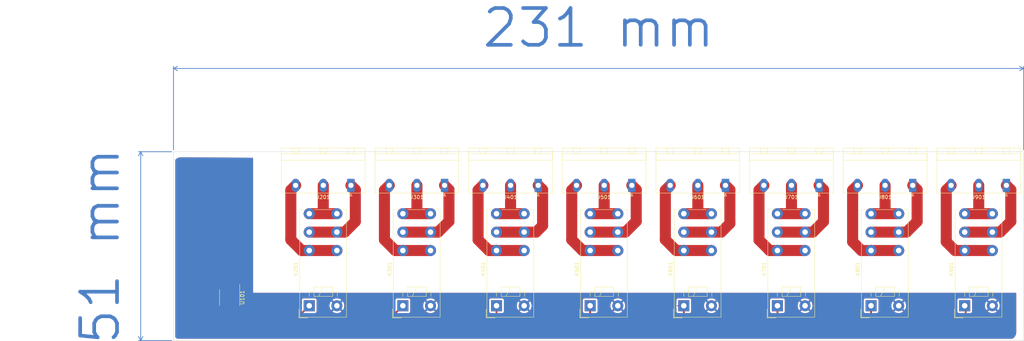
<source format=kicad_pcb>
(kicad_pcb (version 20211014) (generator pcbnew)

  (general
    (thickness 1.6)
  )

  (paper "A4")
  (layers
    (0 "F.Cu" signal)
    (31 "B.Cu" signal)
    (32 "B.Adhes" user "B.Adhesive")
    (33 "F.Adhes" user "F.Adhesive")
    (34 "B.Paste" user)
    (35 "F.Paste" user)
    (36 "B.SilkS" user "B.Silkscreen")
    (37 "F.SilkS" user "F.Silkscreen")
    (38 "B.Mask" user)
    (39 "F.Mask" user)
    (40 "Dwgs.User" user "User.Drawings")
    (41 "Cmts.User" user "User.Comments")
    (42 "Eco1.User" user "User.Eco1")
    (43 "Eco2.User" user "User.Eco2")
    (44 "Edge.Cuts" user)
    (45 "Margin" user)
    (46 "B.CrtYd" user "B.Courtyard")
    (47 "F.CrtYd" user "F.Courtyard")
    (48 "B.Fab" user)
    (49 "F.Fab" user)
    (50 "User.1" user "Nutzer.1")
    (51 "User.2" user "Nutzer.2")
    (52 "User.3" user "Nutzer.3")
    (53 "User.4" user "Nutzer.4")
    (54 "User.5" user "Nutzer.5")
    (55 "User.6" user "Nutzer.6")
    (56 "User.7" user "Nutzer.7")
    (57 "User.8" user "Nutzer.8")
    (58 "User.9" user "Nutzer.9")
  )

  (setup
    (stackup
      (layer "F.SilkS" (type "Top Silk Screen"))
      (layer "F.Paste" (type "Top Solder Paste"))
      (layer "F.Mask" (type "Top Solder Mask") (thickness 0.01))
      (layer "F.Cu" (type "copper") (thickness 0.035))
      (layer "dielectric 1" (type "core") (thickness 1.51) (material "FR4") (epsilon_r 4.5) (loss_tangent 0.02))
      (layer "B.Cu" (type "copper") (thickness 0.035))
      (layer "B.Mask" (type "Bottom Solder Mask") (thickness 0.01))
      (layer "B.Paste" (type "Bottom Solder Paste"))
      (layer "B.SilkS" (type "Bottom Silk Screen"))
      (copper_finish "None")
      (dielectric_constraints no)
    )
    (pad_to_mask_clearance 0)
    (pcbplotparams
      (layerselection 0x00010fc_ffffffff)
      (disableapertmacros false)
      (usegerberextensions false)
      (usegerberattributes true)
      (usegerberadvancedattributes true)
      (creategerberjobfile true)
      (svguseinch false)
      (svgprecision 6)
      (excludeedgelayer true)
      (plotframeref false)
      (viasonmask false)
      (mode 1)
      (useauxorigin false)
      (hpglpennumber 1)
      (hpglpenspeed 20)
      (hpglpendiameter 15.000000)
      (dxfpolygonmode true)
      (dxfimperialunits true)
      (dxfusepcbnewfont true)
      (psnegative false)
      (psa4output false)
      (plotreference true)
      (plotvalue true)
      (plotinvisibletext false)
      (sketchpadsonfab false)
      (subtractmaskfromsilk false)
      (outputformat 1)
      (mirror false)
      (drillshape 1)
      (scaleselection 1)
      (outputdirectory "")
    )
  )

  (net 0 "")
  (net 1 "/1Relais01/com")
  (net 2 "/1Relais01/no")
  (net 3 "/1Relais01/nc")
  (net 4 "/1Relais2/com")
  (net 5 "/1Relais2/no")
  (net 6 "/1Relais2/nc")
  (net 7 "/1Relais3/com")
  (net 8 "/1Relais3/no")
  (net 9 "/1Relais3/nc")
  (net 10 "/1Relais4/com")
  (net 11 "/1Relais4/no")
  (net 12 "/1Relais4/nc")
  (net 13 "/1Relais5/com")
  (net 14 "/1Relais5/no")
  (net 15 "/1Relais5/nc")
  (net 16 "/1Relais6/com")
  (net 17 "/1Relais6/no")
  (net 18 "/1Relais6/nc")
  (net 19 "/1Relais7/com")
  (net 20 "/1Relais7/no")
  (net 21 "/1Relais7/nc")
  (net 22 "/1Relais8/com")
  (net 23 "/1Relais8/no")
  (net 24 "/1Relais8/nc")
  (net 25 "/1Relais01/RelAn")
  (net 26 "GND")
  (net 27 "/1Relais2/RelAn")
  (net 28 "/1Relais3/RelAn")
  (net 29 "/1Relais4/RelAn")
  (net 30 "/1Relais5/RelAn")
  (net 31 "/1Relais6/RelAn")
  (net 32 "/1Relais7/RelAn")
  (net 33 "/1Relais8/RelAn")
  (net 34 "unconnected-(U101-Pad2)")
  (net 35 "unconnected-(U101-Pad3)")
  (net 36 "unconnected-(U101-Pad4)")
  (net 37 "unconnected-(U101-Pad6)")
  (net 38 "unconnected-(U101-Pad7)")
  (net 39 "unconnected-(U101-Pad8)")
  (net 40 "+12V")

  (footprint "Relay_THT:Relay_DPDT_Finder_40.52" (layer "F.Cu") (at 133.858 135.57 90))

  (footprint "Relay_THT:Relay_DPDT_Finder_40.52" (layer "F.Cu") (at 108.458 135.57 90))

  (footprint "Connector_Phoenix_GMSTB:PhoenixContact_GMSTBA_2,5_3-G_1x03_P7.50mm_Horizontal" (layer "F.Cu") (at 119.768 102.87 180))

  (footprint "Connector_Phoenix_GMSTB:PhoenixContact_GMSTBA_2,5_3-G_1x03_P7.50mm_Horizontal" (layer "F.Cu") (at 195.968 102.87 180))

  (footprint "Relay_THT:Relay_DPDT_Finder_40.52" (layer "F.Cu") (at 260.858 135.57 90))

  (footprint "Connector_Phoenix_GMSTB:PhoenixContact_GMSTBA_2,5_3-G_1x03_P7.50mm_Horizontal" (layer "F.Cu") (at 272.168 102.87 180))

  (footprint "Connector_Phoenix_GMSTB:PhoenixContact_GMSTBA_2,5_3-G_1x03_P7.50mm_Horizontal" (layer "F.Cu") (at 246.768 102.87 180))

  (footprint "Relay_THT:Relay_DPDT_Finder_40.52" (layer "F.Cu") (at 210.058 135.57 90))

  (footprint "Relay_THT:Relay_DPDT_Finder_40.52" (layer "F.Cu") (at 184.658 135.57 90))

  (footprint "Connector_Phoenix_GMSTB:PhoenixContact_GMSTBA_2,5_3-G_1x03_P7.50mm_Horizontal" (layer "F.Cu") (at 94.368 102.87 180))

  (footprint "Relay_THT:Relay_DPDT_Finder_40.52" (layer "F.Cu") (at 159.258 135.57 90))

  (footprint "Connector_Phoenix_GMSTB:PhoenixContact_GMSTBA_2,5_3-G_1x03_P7.50mm_Horizontal" (layer "F.Cu") (at 145.168 102.87 180))

  (footprint "Connector_Phoenix_GMSTB:PhoenixContact_GMSTBA_2,5_3-G_1x03_P7.50mm_Horizontal" (layer "F.Cu") (at 221.368 102.87 180))

  (footprint "Relay_THT:Relay_DPDT_Finder_40.52" (layer "F.Cu") (at 235.458 135.57 90))

  (footprint "Connector_Phoenix_GMSTB:PhoenixContact_GMSTBA_2,5_3-G_1x03_P7.50mm_Horizontal" (layer "F.Cu") (at 170.568 102.87 180))

  (footprint "Package_SO:TSSOP-16_4.4x5mm_P0.65mm" (layer "F.Cu") (at 61.468 133.35 -90))

  (footprint "Relay_THT:Relay_DPDT_Finder_40.52" (layer "F.Cu") (at 83.058 135.57 90))

  (gr_rect (start 46.228 145.034) (end 276.86 93.726) (layer "Edge.Cuts") (width 0.1) (fill none) (tstamp a3a673df-b74f-4028-83ff-5d2d54a46dcf))
  (dimension (type aligned) (layer "B.Cu") (tstamp 07c6383a-a66e-4283-b048-24604397dfca)
    (pts (xy 46.228 145.034) (xy 46.228 93.726))
    (height -8.89)
    (gr_text "51 mm" (at 26.338 119.38 90) (layer "B.Cu") (tstamp 0daa9a84-c473-4e07-a04e-d8485ccdf2d1)
      (effects (font (size 10 10) (thickness 1)))
    )
    (format (units 3) (units_format 1) (precision 0))
    (style (thickness 0.2) (arrow_length 1.27) (text_position_mode 0) (extension_height 0.58642) (extension_offset 0.5) keep_text_aligned)
  )
  (dimension (type aligned) (layer "B.Cu") (tstamp 5906ffa7-ca7c-4b3f-a29e-fafa93a0a4d5)
    (pts (xy 276.86 93.726) (xy 46.228 93.726))
    (height 22.606)
    (gr_text "231 mm" (at 161.544 60.12) (layer "B.Cu") (tstamp f4f4cd8d-c82e-4589-b9fd-6f63b8306b35)
      (effects (font (size 10 10) (thickness 1)))
    )
    (format (units 3) (units_format 1) (precision 0))
    (style (thickness 0.2) (arrow_length 1.27) (text_position_mode 0) (extension_height 0.58642) (extension_offset 0.5) keep_text_aligned)
  )

  (segment (start 92.67932 115.57) (end 90.558 115.57) (width 3) (layer "F.Cu") (net 1) (tstamp 624700dd-baae-4a20-a2e6-b73e4b0e622b))
  (segment (start 90.558 115.57) (end 83.058 115.57) (width 3) (layer "F.Cu") (net 1) (tstamp 6bd53a92-c42c-46da-9b50-b71a6091b732))
  (segment (start 94.368 102.87) (end 95.557511 104.059511) (width 3) (layer "F.Cu") (net 1) (tstamp a3d65116-caf8-44db-9529-7f66d3f2b20e))
  (segment (start 95.557511 104.059511) (end 95.557511 112.691809) (width 3) (layer "F.Cu") (net 1) (tstamp b28f3137-f7d9-42eb-8fa2-54c6b8433ccd))
  (segment (start 95.557511 112.691809) (end 92.67932 115.57) (width 3) (layer "F.Cu") (net 1) (tstamp d585006f-9358-47f4-9303-a822a0a26736))
  (segment (start 83.058 110.57) (end 90.558 110.57) (width 3) (layer "F.Cu") (net 2) (tstamp 9e68c8e7-e8fd-4977-b9c3-edc67daa54e6))
  (segment (start 86.868 102.87) (end 86.868 110.49) (width 3) (layer "F.Cu") (net 2) (tstamp f5a3f95b-1a53-41b4-b208-bf168c9d9c6d))
  (segment (start 79.368 102.87) (end 78.058489 104.179511) (width 3) (layer "F.Cu") (net 3) (tstamp 084b112d-dcfd-4801-aa54-60bf427059e5))
  (segment (start 78.058489 117.640866) (end 80.987623 120.57) (width 3) (layer "F.Cu") (net 3) (tstamp 263960db-ac36-42ac-a092-0ee4b342f26f))
  (segment (start 78.058489 104.179511) (end 78.058489 117.640866) (width 3) (layer "F.Cu") (net 3) (tstamp cba1ad96-6b70-46fa-bd41-9f290718bd7c))
  (segment (start 80.987623 120.57) (end 83.058 120.57) (width 3) (layer "F.Cu") (net 3) (tstamp cfed5c4e-149f-45c5-874a-d4efe242083a))
  (segment (start 83.058 120.57) (end 90.558 120.57) (width 3) (layer "F.Cu") (net 3) (tstamp f502d467-1eea-4740-aa02-5ec768378ee2))
  (segment (start 119.768 102.87) (end 120.957511 104.059511) (width 3) (layer "F.Cu") (net 4) (tstamp 1fa3706d-f1c7-45ea-9abd-978770c11c73))
  (segment (start 120.957511 112.641346) (end 118.028857 115.57) (width 3) (layer "F.Cu") (net 4) (tstamp 4c24222a-4e7e-434f-98b9-9f771246bab5))
  (segment (start 115.958 115.57) (end 108.458 115.57) (width 3) (layer "F.Cu") (net 4) (tstamp d9a08630-432a-43f5-85e2-e4ead7338f4f))
  (segment (start 120.957511 104.059511) (end 120.957511 112.641346) (width 3) (layer "F.Cu") (net 4) (tstamp dc86eaf2-e595-4d71-a1e3-4438b4065ce0))
  (segment (start 118.028857 115.57) (end 115.958 115.57) (width 3) (layer "F.Cu") (net 4) (tstamp fb66f65d-1792-4b16-a53d-1b64b86078ee))
  (segment (start 115.958 110.57) (end 112.188 110.57) (width 3) (layer "F.Cu") (net 5) (tstamp 4a36131c-4919-45df-8d18-b98d73bf2a70))
  (segment (start 112.268 110.49) (end 112.188 110.57) (width 3) (layer "F.Cu") (net 5) (tstamp 554d0d1c-ff1b-4bca-8752-65b211346d97))
  (segment (start 112.268 102.87) (end 112.268 110.49) (width 3) (layer "F.Cu") (net 5) (tstamp c049ba34-e6e1-4c01-a21b-3fc8e54b489b))
  (segment (start 112.188 110.57) (end 108.458 110.57) (width 3) (layer "F.Cu") (net 5) (tstamp eb51af8c-f931-4087-841b-b930618e5f3f))
  (segment (start 103.458489 117.640866) (end 106.387623 120.57) (width 3) (layer "F.Cu") (net 6) (tstamp 15bc190a-ef85-4da0-b2da-51cdc3bc854d))
  (segment (start 115.958 120.57) (end 108.458 120.57) (width 3) (layer "F.Cu") (net 6) (tstamp 2d38c491-1714-40e1-9666-09f1510e90ab))
  (segment (start 106.387623 120.57) (end 108.458 120.57) (width 3) (layer "F.Cu") (net 6) (tstamp 3edeed73-8ebc-490d-a770-d1eec67e7668))
  (segment (start 103.458489 104.179511) (end 103.458489 117.640866) (width 3) (layer "F.Cu") (net 6) (tstamp 60d0b9ce-03ff-47f5-914a-47f2eb12eac9))
  (segment (start 104.768 102.87) (end 103.458489 104.179511) (width 3) (layer "F.Cu") (net 6) (tstamp fd12b8c9-dd4d-4ed5-a4bc-fcdc589f0573))
  (segment (start 146.357511 104.059511) (end 146.357511 113.820101) (width 3) (layer "F.Cu") (net 7) (tstamp 24237d70-4eb2-43bb-803c-b4ba9367fed8))
  (segment (start 146.357511 113.820101) (end 144.607612 115.57) (width 3) (layer "F.Cu") (net 7) (tstamp 3c0755c0-2b56-4ad0-95fb-6a62f7f69bbe))
  (segment (start 144.607612 115.57) (end 141.358 115.57) (width 3) (layer "F.Cu") (net 7) (tstamp 5c8074eb-b699-437f-9f9a-b7d6f0379726))
  (segment (start 141.358 115.57) (end 133.858 115.57) (width 3) (layer "F.Cu") (net 7) (tstamp a3a580ac-728c-4c06-8a42-38b4920eb960))
  (segment (start 145.168 102.87) (end 146.357511 104.059511) (width 3) (layer "F.Cu") (net 7) (tstamp d0e22c43-fffe-4e0a-98b6-fe830cd5b10d))
  (segment (start 137.668 110.49) (end 137.588 110.57) (width 3) (layer "F.Cu") (net 8) (tstamp 1c614031-b780-4db6-8684-2e073c05e180))
  (segment (start 133.858 110.57) (end 137.588 110.57) (width 3) (layer "F.Cu") (net 8) (tstamp 42c4f5f4-25e4-4d4b-8e45-b3c7b442b3c4))
  (segment (start 137.668 102.87) (end 137.668 110.49) (width 3) (layer "F.Cu") (net 8) (tstamp 5f876b0a-ae9e-48b1-97b6-a051505deb4f))
  (segment (start 137.588 110.57) (end 141.358 110.57) (width 3) (layer "F.Cu") (net 8) (tstamp 97be5160-5119-41d3-ab86-a5cd60d7a93c))
  (segment (start 131.787623 120.57) (end 133.858 120.57) (width 3) (layer "F.Cu") (net 9) (tstamp 29af84ea-0df1-4e8a-9c17-88f4aa9a61c0))
  (segment (start 128.858489 104.179511) (end 128.858489 117.640866) (width 3) (layer "F.Cu") (net 9) (tstamp 7ff9ba60-8210-4de3-a719-42fa33825999))
  (segment (start 130.168 102.87) (end 128.858489 104.179511) (width 3) (layer "F.Cu") (net 9) (tstamp a2a69cfd-9c90-4912-8514-6b3b5b3e361e))
  (segment (start 128.858489 117.640866) (end 131.787623 120.57) (width 3) (layer "F.Cu") (net 9) (tstamp b09de9e2-32d1-4ffc-8621-3c273f9db3c4))
  (segment (start 133.858 120.57) (end 141.358 120.57) (width 3) (layer "F.Cu") (net 9) (tstamp c0238134-b46d-42a1-9fdb-86790b8a110e))
  (segment (start 166.758 115.57) (end 159.258 115.57) (width 3) (layer "F.Cu") (net 10) (tstamp 4b9b9490-484d-4f2f-aaa9-f6dbfc6a3d65))
  (segment (start 170.568 102.87) (end 171.757511 104.059511) (width 3) (layer "F.Cu") (net 10) (tstamp 86ae48e0-4b11-475c-9737-f25e9aa13487))
  (segment (start 171.757511 112.640866) (end 168.828377 115.57) (width 3) (layer "F.Cu") (net 10) (tstamp dd4ffbde-0122-4aef-9653-1db43a5ca663))
  (segment (start 171.757511 104.059511) (end 171.757511 112.640866) (width 3) (layer "F.Cu") (net 10) (tstamp ebd087f6-1f6a-461d-9578-af273f5b396b))
  (segment (start 168.828377 115.57) (end 166.758 115.57) (width 3) (layer "F.Cu") (net 10) (tstamp f5dcb703-c2ef-4e7d-8dfa-e242f5625003))
  (segment (start 159.258 110.57) (end 162.988 110.57) (width 3) (layer "F.Cu") (net 11) (tstamp 206da071-fdac-4a49-84a5-ecd4a204cc35))
  (segment (start 163.068 110.49) (end 162.988 110.57) (width 3) (layer "F.Cu") (net 11) (tstamp c0838730-6e42-4483-a6f5-e33cc7f18b43))
  (segment (start 162.988 110.57) (end 166.758 110.57) (width 3) (layer "F.Cu") (net 11) (tstamp c425c49b-8aa3-498d-9378-e82b2b671516))
  (segment (start 163.068 102.87) (end 163.068 110.49) (width 3) (layer "F.Cu") (net 11) (tstamp f7b38a8a-8445-4494-a0cf-f6e362d50b42))
  (segment (start 155.568 102.87) (end 154.258489 104.179511) (width 3) (layer "F.Cu") (net 12) (tstamp 3dc88b24-4d9c-43bd-9902-20c0e22b2cba))
  (segment (start 154.258489 117.640866) (end 157.187623 120.57) (width 3) (layer "F.Cu") (net 12) (tstamp 5cfa2476-9809-4d2e-9a59-722a8e1e8d80))
  (segment (start 154.258489 104.179511) (end 154.258489 117.640866) (width 3) (layer "F.Cu") (net 12) (tstamp c73c4a58-b738-4900-b0c3-becfcadac630))
  (segment (start 157.187623 120.57) (end 159.258 120.57) (width 3) (layer "F.Cu") (net 12) (tstamp cb0d92b8-7ea7-4de6-a59e-19ead442e71f))
  (segment (start 159.258 120.57) (end 166.758 120.57) (width 3) (layer "F.Cu") (net 12) (tstamp fe140eda-b9ca-4354-9eff-13096b03f492))
  (segment (start 195.968 102.87) (end 197.157511 104.059511) (width 3) (layer "F.Cu") (net 13) (tstamp 06533e6b-945c-43f7-803e-8b4f38c6a3c4))
  (segment (start 197.157511 104.059511) (end 197.157511 113.230489) (width 3) (layer "F.Cu") (net 13) (tstamp 1d845d07-38d2-4839-b68c-252af3716385))
  (segment (start 197.157511 113.230489) (end 194.818 115.57) (width 3) (layer "F.Cu") (net 13) (tstamp 4acfbef8-48a4-44ba-baab-7f53a96b0f50))
  (segment (start 194.818 115.57) (end 192.158 115.57) (width 3) (layer "F.Cu") (net 13) (tstamp 7528c3ef-1466-481c-8490-4d8c1284a334))
  (segment (start 192.158 115.57) (end 184.658 115.57) (width 3) (layer "F.Cu") (net 13) (tstamp fb9fbb52-14d4-4062-9475-ec74defe9327))
  (segment (start 188.388 110.57) (end 184.658 110.57) (width 3) (layer "F.Cu") (net 14) (tstamp 4b774b71-5188-4ef9-a59e-cbc4f8aed1a2))
  (segment (start 188.468 102.87) (end 188.468 110.49) (width 3) (layer "F.Cu") (net 14) (tstamp 78705ef4-849b-40e4-a931-27dc787ae8c9))
  (segment (start 188.468 110.49) (end 188.388 110.57) (width 3) (layer "F.Cu") (net 14) (tstamp d227198e-fc4c-4b3d-91d2-d8967edc8890))
  (segment (start 192.158 110.57) (end 188.388 110.57) (width 3) (layer "F.Cu") (net 14) (tstamp ed89978c-dc3c-441f-b5ca-01374640d464))
  (segment (start 180.968 102.87) (end 179.658489 104.179511) (width 3) (layer "F.Cu") (net 15) (tstamp 3b2d820c-5738-400a-b59f-e4086bdf369f))
  (segment (start 182.587612 120.57) (end 184.658 120.57) (width 3) (layer "F.Cu") (net 15) (tstamp 44ae4cf6-43be-498f-898c-1faa0b88b452))
  (segment (start 179.658489 117.640877) (end 182.587612 120.57) (width 3) (layer "F.Cu") (net 15) (tstamp 47e3616e-9142-4816-b15e-ecb20539f953))
  (segment (start 184.658 120.57) (end 192.158 120.57) (width 3) (layer "F.Cu") (net 15) (tstamp 65ad7203-c34d-4762-8e79-ac0f955083f3))
  (segment (start 179.658489 104.179511) (end 179.658489 117.640877) (width 3) (layer "F.Cu") (net 15) (tstamp 8001a0f2-321f-4f5e-bb26-2e3a630100ae))
  (segment (start 222.557511 112.691809) (end 219.67932 115.57) (width 3) (layer "F.Cu") (net 16) (tstamp 19e542b1-72ff-4399-8d07-8c6569e45803))
  (segment (start 210.058 115.57) (end 217.558 115.57) (width 3) (layer "F.Cu") (net 16) (tstamp cc5c0f33-515a-428d-95f7-9a077b968e2f))
  (segment (start 219.67932 115.57) (end 217.558 115.57) (width 3) (layer "F.Cu") (net 16) (tstamp d8fa43f7-21d9-45f1-a079-013a652893ea))
  (segment (start 221.368 102.87) (end 222.557511 104.059511) (width 3) (layer "F.Cu") (net 16) (tstamp dfca6aaf-43e5-41d5-95bd-184e4ae8d81a))
  (segment (start 222.557511 104.059511) (end 222.557511 112.691809) (width 3) (layer "F.Cu") (net 16) (tstamp e0840473-35db-4fb2-9daa-a5797481a384))
  (segment (start 213.868 110.49) (end 213.948 110.57) (width 3) (layer "F.Cu") (net 17) (tstamp 100ba76d-b742-4a7c-b00a-f25328546189))
  (segment (start 213.868 102.87) (end 213.868 110.49) (width 3) (layer "F.Cu") (net 17) (tstamp 49fe6b93-02be-4792-951c-0cb873cf7271))
  (segment (start 217.558 110.57) (end 213.948 110.57) (width 3) (layer "F.Cu") (net 17) (tstamp 986a5180-1dbc-419e-a328-5470fe737af8))
  (segment (start 213.948 110.57) (end 210.058 110.57) (width 3) (layer "F.Cu") (net 17) (tstamp d71f2ae7-210b-4cb7-9c15-223db6147438))
  (segment (start 205.058489 117.691809) (end 207.93668 120.57) (width 3) (layer "F.Cu") (net 18) (tstamp 082d8fb7-d9f5-4348-9a49-32045d349f51))
  (segment (start 207.93668 120.57) (end 210.058 120.57) (width 3) (layer "F.Cu") (net 18) (tstamp 198a1923-290d-40d2-bc88-a08e82b80733))
  (segment (start 205.058489 104.179511) (end 205.058489 117.691809) (width 3) (layer "F.Cu") (net 18) (tstamp 5be41b52-3df7-4277-93a2-9cdd3504fb4c))
  (segment (start 217.558 120.57) (end 210.058 120.57) (width 3) (layer "F.Cu") (net 18) (tstamp dd94d98b-8847-4ce0-b30f-d31c6f77bc25))
  (segment (start 206.368 102.87) (end 205.058489 104.179511) (width 3) (layer "F.Cu") (net 18) (tstamp eec8a6a1-daa6-4c6e-a2f8-6e66913bc6ab))
  (segment (start 247.957511 112.691809) (end 245.07932 115.57) (width 3) (layer "F.Cu") (net 19) (tstamp 0b90591c-1bad-427a-a901-358665508d23))
  (segment (start 245.07932 115.57) (end 242.958 115.57) (width 3) (layer "F.Cu") (net 19) (tstamp 10d3a2c1-c0ff-4138-8db3-a6224a1ef741))
  (segment (start 247.957511 104.059511) (end 247.957511 112.691809) (width 3) (layer "F.Cu") (net 19) (tstamp 2813a1cd-2286-4176-948b-d1973d13d4f6))
  (segment (start 242.958 115.57) (end 235.458 115.57) (width 3) (layer "F.Cu") (net 19) (tstamp 31ca1e95-c89b-499d-b65f-7c6163ef1e9f))
  (segment (start 246.768 102.87) (end 247.957511 104.059511) (width 3) (layer "F.Cu") (net 19) (tstamp 3bf2173c-fb34-449f-9cf4-29855fc08bad))
  (segment (start 239.268 110.49) (end 239.188 110.57) (width 3) (layer "F.Cu") (net 20) (tstamp 66b10ecf-f06b-41b7-9374-c4c6f2e7be9d))
  (segment (start 239.268 102.87) (end 239.268 110.49) (width 3) (layer "F.Cu") (net 20) (tstamp 8eb91370-bce8-4cc9-939c-606697f62fc3))
  (segment (start 235.458 110.57) (end 239.188 110.57) (width 3) (layer "F.Cu") (net 20) (tstamp bc897f84-bcb8-4c75-b9a9-a62a74a2441e))
  (segment (start 239.188 110.57) (end 242.958 110.57) (width 3) (layer "F.Cu") (net 20) (tstamp c1a5903e-dd43-4479-98b9-392a22879a9f))
  (segment (start 230.458489 118.190489) (end 232.838 120.57) (width 3) (layer "F.Cu") (net 21) (tstamp 0089fa82-50a3-4003-8580-f18055c670f5))
  (segment (start 235.458 120.57) (end 242.958 120.57) (width 3) (layer "F.Cu") (net 21) (tstamp 27716de9-f138-48d5-8e47-d6f845dc5992))
  (segment (start 231.768 102.87) (end 230.458489 104.179511) (width 3) (layer "F.Cu") (net 21) (tstamp 782fe6d9-bf78-4f4b-874c-279441793e9e))
  (segment (start 232.838 120.57) (end 235.458 120.57) (width 3) (layer "F.Cu") (net 21) (tstamp e7c6388f-2b44-4a8c-8d29-c0c474e5ace4))
  (segment (start 230.458489 104.179511) (end 230.458489 118.190489) (width 3) (layer "F.Cu") (net 21) (tstamp ed70afe4-b5b1-4d32-808b-8841717d5e72))
  (segment (start 268.358 115.57) (end 260.858 115.57) (width 3) (layer "F.Cu") (net 22) (tstamp 24330f5b-7df5-44ea-864c-820cbbd77bd5))
  (segment (start 270.47932 115.57) (end 273.357511 112.691809) (width 3) (layer "F.Cu") (net 22) (tstamp 4d93b6e4-f4cf-41ef-9448-8d4af93a2a9e))
  (segment (start 268.358 115.57) (end 270.47932 115.57) (width 3) (layer "F.Cu") (net 22) (tstamp f410db86-329f-40a0-b861-e143391728a6))
  (segment (start 273.357511 112.691809) (end 273.357511 104.059511) (width 3) (layer "F.Cu") (net 22) (tstamp f83154e2-115f-492e-adb3-50f4094c791b))
  (segment (start 273.357511 104.059511) (end 272.168 102.87) (width 3) (layer "F.Cu") (net 22) (tstamp fdb6124f-6516-4dc6-afad-c0995ec37327))
  (segment (start 264.668 110.49) (end 264.748 110.57) (width 3) (layer "F.Cu") (net 23) (tstamp 012a915c-709e-455d-bac2-5b6584633696))
  (segment (start 264.748 110.57) (end 268.358 110.57) (width 3) (layer "F.Cu") (net 23) (tstamp 18b3db94-13f7-4fea-a711-93ff4aa36e36))
  (segment (start 260.858 110.57) (end 264.748 110.57) (width 3) (layer "F.Cu") (net 23) (tstamp 38aa3c94-d5eb-4d40-8101-afee844eb749))
  (segment (start 264.668 102.87) (end 264.668 110.49) (width 3) (layer "F.Cu") (net 23) (tstamp 8c2c7488-ee2b-43b1-96b6-a7ff8cd8a64a))
  (segment (start 255.858489 118.190489) (end 258.238 120.57) (width 3) (layer "F.Cu") (net 24) (tstamp 1c9b334a-7672-4385-8ac7-d9b02e3281f4))
  (segment (start 260.858 120.57) (end 268.358 120.57) (width 3) (layer "F.Cu") (net 24) (tstamp 413a9a0c-ec7d-4a07-a3b7-cc60e8c40aa0))
  (segment (start 257.168 102.87) (end 255.858489 104.179511) (width 3) (layer "F.Cu") (net 24) (tstamp 60b0d398-c559-48ec-85ac-32ad12be3da0))
  (segment (start 255.858489 104.179511) (end 255.858489 118.190489) (width 3) (layer "F.Cu") (net 24) (tstamp a1573dc7-79bf-4f43-8435-ce6e930d0540))
  (segment (start 258.238 120.57) (end 260.858 120.57) (width 3) (layer "F.Cu") (net 24) (tstamp c6a385bd-2cfe-494d-8be2-f1e609af4c68))
  (segment (start 76.986217 137.795) (end 63.881 137.795) (width 0.5) (layer "F.Cu") (net 25) (tstamp 23eb62a5-2a6a-45c8-bd63-d60e9d6210cb))
  (segment (start 80.833 137.795) (end 76.986217 137.795) (width 0.5) (layer "F.Cu") (net 25) (tstamp 36eea7c5-4d44-438d-bf6f-e43ff1d7b451))
  (segment (start 83.058 135.57) (end 81.6 135.57) (width 0.25) (layer "F.Cu") (net 25) (tstamp 7202c1dc-f74a-46e3-93b5-1d8d5cf28c4c))
  (segment (start 63.881 137.795) (end 63.765 137.679) (width 0.25) (layer "F.Cu") (net 25) (tstamp 901848fe-3ba5-4821-aaea-5a3455dcf306))
  (segment (start 63.765 137.679) (end 63.743 137.679) (width 0.25) (layer "F.Cu") (net 25) (tstamp bc5de442-9980-4530-b3bb-33761e4e3bbc))
  (segment (start 83.058 135.57) (end 80.833 137.795) (width 0.5) (layer "F.Cu") (net 25) (tstamp e8d37db4-4e9d-4aa8-8b1a-3b3aaf884ae3))
  (segment (start 63.743 136.2125) (end 63.743 137.679) (width 0.25) (layer "F.Cu") (net 25) (tstamp f70b5175-705d-4781-8d75-54ebd03ff66e))
  (segment (start 61.143 132.405) (end 60.96 132.588) (width 0.4) (layer "F.Cu") (net 26) (tstamp 29b000b0-d917-4e57-a81c-135edfe0b684))
  (segment (start 61.143 130.4875) (end 61.143 132.405) (width 0.4) (layer "F.Cu") (net 26) (tstamp a6b5eb40-227a-492a-b194-e9632feb0a71))
  (segment (start 60.96 128.524) (end 61.143 128.707) (width 0.4) (layer "F.Cu") (net 26) (tstamp effed1c1-0417-4b25-9647-c7f59a4d051c))
  (segment (start 61.143 130.4875) (end 61.143 128.707) (width 0.4) (layer "F.Cu") (net 26) (tstamp f4abd6ec-c4e4-408d-b10c-961f8b2bee2a))
  (segment (start 108.458 135.57) (end 105.477065 138.550935) (width 0.5) (layer "F.Cu") (net 27) (tstamp 1fec5b9b-e5eb-4424-82d5-a3e6fd1761bc))
  (segment (start 63.620935 138.550935) (end 63.093 138.023) (width 0.5) (layer "F.Cu") (net 27) (tstamp 33b31e0c-c570-4c5f-876f-8d6037603693))
  (segment (start 105.477065 138.550935) (end 63.620935 138.550935) (width 0.5) (layer "F.Cu") (net 27) (tstamp 9abf72ac-c583-406f-bb8e-c181508d39e7))
  (segment (start 63.093 138.023) (end 63.093 136.2125) (width 0.25) (layer "F.Cu") (net 27) (tstamp c3dc93bf-32e0-4079-95ee-07ef4d886fdd))
  (segment (start 133.858 137.922) (end 132.529554 139.250446) (width 0.5) (layer "F.Cu") (net 28) (tstamp 1cfb06a2-c40f-4104-8676-ca4d53d194d1))
  (segment (start 62.443 136.2125) (end 62.443 138.389) (width 0.25) (layer "F.Cu") (net 28) (tstamp 35dea4d2-7953-4bd0-87f6-6949b5324b8f))
  (segment (start 63.304446 139.250446) (end 62.443 138.389) (width 0.5) (layer "F.Cu") (net 28) (tstamp 65af3b30-55ea-4793-80f4-b728254a85ad))
  (segment (start 133.858 135.57) (end 133.858 137.922) (width 0.5) (layer "F.Cu") (net 28) (tstamp 73773eac-c302-4387-8b62-4131ec4278e9))
  (segment (start 132.529554 139.250446) (end 63.304446 139.250446) (width 0.5) (layer "F.Cu") (net 28) (tstamp f65ae0f3-7d39-4b67-9bdb-35208145955c))
  (segment (start 159.258 138.43) (end 157.738043 139.949957) (width 0.5) (layer "F.Cu") (net 29) (tstamp 0c3cbdf4-c7b0-4ff0-b854-da837a21b30f))
  (segment (start 61.793 138.755) (end 61.793 136.2125) (width 0.25) (layer "F.Cu") (net 29) (tstamp a06d5a66-203e-4e37-996f-141d5928660c))
  (segment (start 62.987957 139.949957) (end 61.793 138.755) (width 0.5) (layer "F.Cu") (net 29) (tstamp a5aeb0ba-cf96-4f7b-a166-89f46ebd9068))
  (segment (start 159.258 135.57) (end 159.258 138.43) (width 0.5) (layer "F.Cu") (net 29) (tstamp c68a4357-f45c-49e1-a2f7-0193ecfc5f01))
  (segment (start 157.738043 139.949957) (end 62.987957 139.949957) (width 0.5) (layer "F.Cu") (net 29) (tstamp ea90cb7f-a5b5-48e3-95c0-26db93720a9e))
  (segment (start 173.802532 140.649468) (end 173.669468 140.649468) (width 0.5) (layer "F.Cu") (net 30) (tstamp 0118bee5-6d80-43a9-9416-68e94d822407))
  (segment (start 184.658 135.57) (end 182.908 135.57) (width 0.25) (layer "F.Cu") (net 30) (tstamp 03e26b77-b6ff-4f54-9f89-8890943eef41))
  (segment (start 184.658 135.57) (end 184.658 138.43) (width 0.5) (layer "F.Cu") (net 30) (tstamp 19bab6a8-2ed9-4d34-8a32-a74b1192be8c))
  (segment (start 62.671468 140.649468) (end 61.143 139.121) (width 0.5) (layer "F.Cu") (net 30) (tstamp 1f8ed1be-ab58-480a-b6fb-29a95a639227))
  (segment (start 184.658 138.43) (end 182.438532 140.649468) (width 0.5) (layer "F.Cu") (net 30) (tstamp 4cf2c0d0-da05-40dd-8f99-02a5c936f92f))
  (segment (start 182.438532 140.649468) (end 173.669468 140.649468) (width 0.5) (layer "F.Cu") (net 30) (tstamp 61bb7ae4-8a32-44e3-9d16-836e1366f76d))
  (segment (start 173.669468 140.649468) (end 62.671468 140.649468) (width 0.5) (layer "F.Cu") (net 30) (tstamp 9928fc95-15b0-4d83-be8c-11498bebdc30))
  (segment (start 61.143 139.121) (end 61.143 136.2125) (width 0.25) (layer "F.Cu") (net 30) (tstamp aa3ecdc7-f0be-470d-b68a-1b12e6582bf5))
  (segment (start 208.155021 141.348979) (end 62.354979 141.348979) (width 0.5) (layer "F.Cu") (net 31) (tstamp 0e8a0a80-1375-43b6-a489-7d108b4235c1))
  (segment (start 62.354979 141.348979) (end 60.493 139.487) (width 0.5) (layer "F.Cu") (net 31) (tstamp 5be74f57-ec85-4fd4-858e-7cf16da40322))
  (segment (start 210.058 139.446) (end 208.155021 141.348979) (width 0.5) (layer "F.Cu") (net 31) (tstamp 8ef1335f-688e-4c38-af99-29ababfb83c6))
  (segment (start 210.058 135.57) (end 210.058 139.446) (width 0.5) (layer "F.Cu") (net 31) (tstamp aea877f5-0ed7-43d1-8662-bec20709999f))
  (segment (start 60.493 139.487) (end 60.493 136.2125) (width 0.25) (layer "F.Cu") (net 31) (tstamp e2f07483-76ce-4399-977d-3142cd6f1f25))
  (segment (start 235.458 135.57) (end 235.458 139.954) (width 0.5) (layer "F.Cu") (net 32) (tstamp 008da331-c2b3-489f-a92a-ed5dba4d63e7))
  (segment (start 233.36351 142.04849) (end 62.03849 142.04849) (width 0.5) (layer "F.Cu") (net 32) (tstamp 5f11660c-a1ee-4d33-ad29-4ddf91148ca1))
  (segment (start 235.458 139.954) (end 233.36351 142.04849) (width 0.5) (layer "F.Cu") (net 32) (tstamp 6309f9c2-3621-4494-8f38-f15d3812067e))
  (segment (start 59.843 139.853) (end 59.843 136.2125) (width 0.25) (layer "F.Cu") (net 32) (tstamp 7de65308-5d59-4104-b781-fe526828aab6))
  (segment (start 62.03849 142.04849) (end 59.843 139.853) (width 0.5) (layer "F.Cu") (net 32) (tstamp a641082c-9693-4390-a77e-aef3da7adab5))
  (segment (start 261.112 139.7) (end 261.112 135.824) (width 0.5) (layer "F.Cu") (net 33) (tstamp 796a568c-05ca-4ca5-b472-afb9a4c7ab79))
  (segment (start 59.193 140.219) (end 61.722 142.748) (width 0.5) (layer "F.Cu") (net 33) (tstamp 863ffa52-ab6e-48b9-b0c3-dc8e37117ee0))
  (segment (start 61.722 142.748) (end 258.064 142.748) (width 0.5) (layer "F.Cu") (net 33) (tstamp 86fdbc65-ea55-4abb-bb0e-de3d715f1401))
  (segment (start 59.193 140.219) (end 59.193 136.2125) (width 0.25) (layer "F.Cu") (net 33) (tstamp 8849300c-0a8b-49e2-8153-7809d0646c05))
  (segment (start 261.112 135.824) (end 260.858 135.57) (width 0.5) (layer "F.Cu") (net 33) (tstamp 8e00b88b-9f49-4f8b-b5c6-d8b894b971a0))
  (segment (start 258.064 142.748) (end 261.112 139.7) (width 0.5) (layer "F.Cu") (net 33) (tstamp c40067e6-43e9-4f99-9f91-c279d2466405))

  (zone (net 0) (net_name "") (layers F&B.Cu) (tstamp 9feadb49-c951-4220-884e-fb680c61a2e4) (hatch edge 0.508)
    (connect_pads (clearance 0))
    (min_thickness 0.254)
    (keepout (tracks not_allowed) (vias not_allowed) (pads not_allowed ) (copperpour not_allowed) (footprints not_allowed))
    (fill (thermal_gap 0.508) (thermal_bridge_width 0.508))
    (polygon
      (pts
        (xy 75.438 93.98)
        (xy 75.438 132.08)
        (xy 67.818 132.08)
        (xy 67.818 93.98)
      )
    )
  )
  (zone (net 26) (net_name "GND") (layers F&B.Cu) (tstamp b5e7d743-24bd-4461-b475-fe4289fa3c7d) (hatch edge 0.508)
    (connect_pads (clearance 0.508))
    (min_thickness 0.254) (filled_areas_thickness no)
    (fill yes (thermal_gap 0.508) (thermal_bridge_width 0.508) (smoothing fillet) (radius 2))
    (polygon
      (pts
        (xy 274.828 96.52)
        (xy 274.828 144.78)
        (xy 46.228 144.78)
        (xy 46.228 95.25)
      )
    )
    (filled_polygon
      (layer "F.Cu")
      (pts
        (xy 51.560963 95.279628)
        (xy 67.6927 95.369249)
        (xy 67.760709 95.389629)
        (xy 67.806903 95.443542)
        (xy 67.818 95.495247)
        (xy 67.818 132.08)
        (xy 274.702 132.08)
        (xy 274.770121 132.100002)
        (xy 274.816614 132.153658)
        (xy 274.828 132.206)
        (xy 274.828 142.775499)
        (xy 274.827679 142.784487)
        (xy 274.808286 143.055645)
        (xy 274.805728 143.073433)
        (xy 274.748903 143.334654)
        (xy 274.74384 143.3519)
        (xy 274.650411 143.602393)
        (xy 274.642945 143.61874)
        (xy 274.514824 143.853375)
        (xy 274.505105 143.868498)
        (xy 274.344897 144.08251)
        (xy 274.333124 144.096096)
        (xy 274.144096 144.285124)
        (xy 274.13051 144.296897)
        (xy 273.916498 144.457105)
        (xy 273.901374 144.466825)
        (xy 273.821228 144.510588)
        (xy 273.760843 144.526)
        (xy 47.295157 144.526)
        (xy 47.234772 144.510588)
        (xy 47.154626 144.466825)
        (xy 47.139502 144.457105)
        (xy 46.92549 144.296897)
        (xy 46.911904 144.285124)
        (xy 46.772905 144.146125)
        (xy 46.738879 144.083813)
        (xy 46.736 144.05703)
        (xy 46.736 140.192349)
        (xy 58.429801 140.192349)
        (xy 58.430394 140.199641)
        (xy 58.430394 140.199644)
        (xy 58.43623 140.271384)
        (xy 58.44414 140.368637)
        (xy 58.446394 140.375596)
        (xy 58.446395 140.375599)
        (xy 58.496392 140.529933)
        (xy 58.498649 140.536899)
        (xy 58.502445 140.543154)
        (xy 58.502446 140.543157)
        (xy 58.587496 140.683314)
        (xy 58.587499 140.683318)
        (xy 58.590405 140.688107)
        (xy 58.594114 140.692306)
        (xy 58.594117 140.692311)
        (xy 58.596509 140.695019)
        (xy 58.597803 140.696484)
        (xy 61.13823 143.236911)
        (xy 61.150616 143.251323)
        (xy 61.159149 143.262918)
        (xy 61.159154 143.262923)
        (xy 61.163492 143.268818)
        (xy 61.16907 143.273557)
        (xy 61.169073 143.27356)
        (xy 61.203768 143.303035)
        (xy 61.211284 143.309965)
        (xy 61.216979 143.31566)
        (xy 61.219861 143.31794)
        (xy 61.239251 143.333281)
        (xy 61.242655 143.336072)
        (xy 61.292703 143.378591)
        (xy 61.298285 143.383333)
        (xy 61.304801 143.386661)
        (xy 61.30985 143.390028)
        (xy 61.314979 143.393195)
        (xy 61.320716 143.397734)
        (xy 61.386875 143.428655)
        (xy 61.390769 143.430558)
        (xy 61.455808 143.463769)
        (xy 61.462916 143.465508)
        (xy 61.468559 143.467607)
        (xy 61.474322 143.469524)
        (xy 61.48095 143.472622)
        (xy 61.488112 143.474112)
        (xy 61.488113 143.474112)
        (xy 61.552412 143.487486)
        (xy 61.556696 143.488456)
        (xy 61.62761 143.505808)
        (xy 61.633212 143.506156)
        (xy 61.633215 143.506156)
        (xy 61.638764 143.5065)
        (xy 61.638762 143.506536)
        (xy 61.642755 143.506775)
        (xy 61.646947 143.507149)
        (xy 61.654115 143.50864)
        (xy 61.73152 143.506546)
        (xy 61.734928 143.5065)
        (xy 257.99693 143.5065)
        (xy 258.01588 143.507933)
        (xy 258.030115 143.510099)
        (xy 258.030119 143.510099)
        (xy 258.037349 143.511199)
        (xy 258.044641 143.510606)
        (xy 258.044644 143.510606)
        (xy 258.090018 143.506915)
        (xy 258.100233 143.5065)
        (xy 258.108293 143.5065)
        (xy 258.12568 143.504473)
        (xy 258.136507 143.503211)
        (xy 258.140882 143.502778)
        (xy 258.206339 143.497454)
        (xy 258.206342 143.497453)
        (xy 258.213637 143.49686)
        (xy 258.220601 143.494604)
        (xy 258.22656 143.493413)
        (xy 258.232415 143.492029)
        (xy 258.239681 143.491182)
        (xy 258.308327 143.466265)
        (xy 258.312455 143.464848)
        (xy 258.374936 143.444607)
        (xy 258.374938 143.444606)
        (xy 258.381899 143.442351)
        (xy 258.388154 143.438555)
        (xy 258.393628 143.436049)
        (xy 258.399058 143.43333)
        (xy 258.405937 143.430833)
        (xy 258.412058 143.42682)
        (xy 258.466976 143.390814)
        (xy 258.47068 143.388477)
        (xy 258.533107 143.350595)
        (xy 258.541484 143.343197)
        (xy 258.541508 143.343224)
        (xy 258.5445 143.340571)
        (xy 258.547733 143.337868)
        (xy 258.553852 143.333856)
        (xy 258.607128 143.277617)
        (xy 258.609506 143.275175)
        (xy 261.600911 140.28377)
        (xy 261.615323 140.271384)
        (xy 261.626918 140.262851)
        (xy 261.626923 140.262846)
        (xy 261.632818 140.258508)
        (xy 261.637557 140.25293)
        (xy 261.63756 140.252927)
        (xy 261.667035 140.218232)
        (xy 261.673965 140.210716)
        (xy 261.67966 140.205021)
        (xy 261.687549 140.19505)
        (xy 261.697281 140.182749)
        (xy 261.700072 140.179345)
        (xy 261.742591 140.129297)
        (xy 261.742592 140.129295)
        (xy 261.747333 140.123715)
        (xy 261.750661 140.117199)
        (xy 261.754028 140.11215)
        (xy 261.757195 140.107021)
        (xy 261.761734 140.101284)
        (xy 261.792655 140.035125)
        (xy 261.794561 140.031225)
        (xy 261.801629 140.017384)
        (xy 261.827769 139.966192)
        (xy 261.829508 139.959084)
        (xy 261.831607 139.953441)
        (xy 261.833524 139.947678)
        (xy 261.836622 139.94105)
        (xy 261.851487 139.869583)
        (xy 261.852457 139.865299)
        (xy 261.860165 139.8338)
        (xy 261.869808 139.79439)
        (xy 261.8705 139.783236)
        (xy 261.870536 139.783238)
        (xy 261.870775 139.779245)
        (xy 261.871149 139.775053)
        (xy 261.87264 139.767885)
        (xy 261.870546 139.690479)
        (xy 261.8705 139.687072)
        (xy 261.8705 137.7045)
        (xy 261.890502 137.636379)
        (xy 261.944158 137.589886)
        (xy 261.9965 137.5785)
        (xy 262.406134 137.5785)
        (xy 262.468316 137.571745)
        (xy 262.604705 137.520615)
        (xy 262.721261 137.433261)
        (xy 262.808615 137.316705)
        (xy 262.859745 137.180316)
        (xy 262.86199 137.159654)
        (xy 267.133618 137.159654)
        (xy 267.140673 137.169627)
        (xy 267.171679 137.195551)
        (xy 267.178598 137.200579)
        (xy 267.403272 137.341515)
        (xy 267.410807 137.345556)
        (xy 267.65252 137.454694)
        (xy 267.660551 137.45768)
        (xy 267.914832 137.533002)
        (xy 267.923184 137.534869)
        (xy 268.18534 137.574984)
        (xy 268.193874 137.5757)
        (xy 268.459045 137.579867)
        (xy 268.467596 137.579418)
        (xy 268.730883 137.547557)
        (xy 268.739284 137.545955)
        (xy 268.995824 137.478653)
        (xy 269.003926 137.475926)
        (xy 269.248949 137.374434)
        (xy 269.256617 137.370628)
        (xy 269.485598 137.236822)
        (xy 269.492679 137.232009)
        (xy 269.572655 137.169301)
        (xy 269.581125 137.157442)
        (xy 269.574608 137.145818)
        (xy 268.370812 135.942022)
        (xy 268.356868 135.934408)
        (xy 268.355035 135.934539)
        (xy 268.34842 135.93879)
        (xy 267.14091 137.1463)
        (xy 267.133618 137.159654)
        (xy 262.86199 137.159654)
        (xy 262.8665 137.118134)
        (xy 262.8665 135.553204)
        (xy 266.345665 135.553204)
        (xy 266.360932 135.817969)
        (xy 266.362005 135.82647)
        (xy 266.413065 136.086722)
        (xy 266.415276 136.094974)
        (xy 266.501184 136.345894)
        (xy 266.504499 136.353779)
        (xy 266.623664 136.590713)
        (xy 266.62802 136.598079)
        (xy 266.757347 136.78625)
        (xy 266.767601 136.794594)
        (xy 266.781342 136.787448)
        (xy 267.985978 135.582812)
        (xy 267.992356 135.571132)
        (xy 268.722408 135.571132)
        (xy 268.722539 135.572965)
        (xy 268.72679 135.57958)
        (xy 269.93373 136.78652)
        (xy 269.945939 136.793187)
        (xy 269.957439 136.784497)
        (xy 270.054831 136.651913)
        (xy 270.059418 136.644685)
        (xy 270.185962 136.411621)
        (xy 270.18953 136.403827)
        (xy 270.283271 136.15575)
        (xy 270.285748 136.147544)
        (xy 270.344954 135.889038)
        (xy 270.346294 135.880577)
        (xy 270.370031 135.614616)
        (xy 270.370277 135.609677)
        (xy 270.370666 135.572485)
        (xy 270.370523 135.567519)
        (xy 270.352362 135.301123)
        (xy 270.351201 135.292649)
        (xy 270.297419 135.032944)
        (xy 270.29512 135.024709)
        (xy 270.206588 134.774705)
        (xy 270.203191 134.766854)
        (xy 270.08155 134.531178)
        (xy 270.077122 134.523866)
        (xy 269.958031 134.354417)
        (xy 269.947509 134.346037)
        (xy 269.934121 134.353089)
        (xy 268.730022 135.557188)
        (xy 268.722408 135.571132)
        (xy 267.992356 135.571132)
        (xy 267.993592 135.568868)
        (xy 267.993461 135.567035)
        (xy 267.98921 135.56042)
        (xy 266.781814 134.353024)
        (xy 266.769804 134.346466)
        (xy 266.758064 134.355434)
        (xy 266.649935 134.505911)
        (xy 266.645418 134.513196)
        (xy 266.521325 134.747567)
        (xy 266.517839 134.755395)
        (xy 266.4267 135.004446)
        (xy 266.424311 135.01267)
        (xy 266.367812 135.271795)
        (xy 266.366563 135.28025)
        (xy 266.345754 135.544653)
        (xy 266.345665 135.553204)
        (xy 262.8665 135.553204)
        (xy 262.8665 134.021866)
        (xy 262.862224 133.9825)
        (xy 267.134584 133.9825)
        (xy 267.14098 133.99377)
        (xy 268.345188 135.197978)
        (xy 268.359132 135.205592)
        (xy 268.360965 135.205461)
        (xy 268.36758 135.20121)
        (xy 269.574604 133.994186)
        (xy 269.581795 133.981017)
        (xy 269.574473 133.97078)
        (xy 269.527233 133.932115)
        (xy 269.520261 133.92716)
        (xy 269.294122 133.788582)
        (xy 269.286552 133.784624)
        (xy 269.043704 133.678022)
        (xy 269.035644 133.67512)
        (xy 268.780592 133.602467)
        (xy 268.772214 133.600685)
        (xy 268.509656 133.563318)
        (xy 268.501111 133.562691)
        (xy 268.235908 133.561302)
        (xy 268.227374 133.561839)
        (xy 267.964433 133.596456)
        (xy 267.956035 133.598149)
        (xy 267.700238 133.668127)
        (xy 267.692143 133.670946)
        (xy 267.448199 133.774997)
        (xy 267.440577 133.778881)
        (xy 267.213013 133.915075)
        (xy 267.205981 133.919962)
        (xy 267.143053 133.970377)
        (xy 267.134584 133.9825)
        (xy 262.862224 133.9825)
        (xy 262.859745 133.959684)
        (xy 262.808615 133.823295)
        (xy 262.721261 133.706739)
        (xy 262.604705 133.619385)
        (xy 262.468316 133.568255)
        (xy 262.406134 133.5615)
        (xy 259.309866 133.5615)
        (xy 259.247684 133.568255)
        (xy 259.111295 133.619385)
        (xy 258.994739 133.706739)
        (xy 258.907385 133.823295)
        (xy 258.856255 133.959684)
        (xy 258.8495 134.021866)
        (xy 258.8495 137.118134)
        (xy 258.856255 137.180316)
        (xy 258.907385 137.316705)
        (xy 258.994739 137.433261)
        (xy 259.111295 137.520615)
        (xy 259.247684 137.571745)
        (xy 259.309866 137.5785)
        (xy 260.2275 137.5785)
        (xy 260.295621 137.598502)
        (xy 260.342114 137.652158)
        (xy 260.3535 137.7045)
        (xy 260.3535 139.333629)
        (xy 260.333498 139.40175)
        (xy 260.316595 139.422724)
        (xy 257.786724 141.952595)
        (xy 257.724412 141.986621)
        (xy 257.697629 141.9895)
        (xy 234.799371 141.9895)
        (xy 234.73125 141.969498)
        (xy 234.684757 141.915842)
        (xy 234.674653 141.845568)
        (xy 234.704147 141.780988)
        (xy 234.710276 141.774405)
        (xy 235.946911 140.53777)
        (xy 235.961323 140.525384)
        (xy 235.972918 140.516851)
        (xy 235.972923 140.516846)
        (xy 235.978818 140.512508)
        (xy 235.983557 140.50693)
        (xy 235.98356 140.506927)
        (xy 236.013035 140.472232)
        (xy 236.019965 140.464716)
        (xy 236.02566 140.459021)
        (xy 236.043281 140.436749)
        (xy 236.046072 140.433345)
        (xy 236.088591 140.383297)
        (xy 236.088592 140.383295)
        (xy 236.093333 140.377715)
        (xy 236.096661 140.371199)
        (xy 236.100028 140.36615)
        (xy 236.103195 140.361021)
        (xy 236.107734 140.355284)
        (xy 236.138655 140.289125)
        (xy 236.140561 140.285225)
        (xy 236.151986 140.262851)
        (xy 236.173769 140.220192)
        (xy 236.175508 140.213084)
        (xy 236.177607 140.207441)
        (xy 236.179524 140.201678)
        (xy 236.182622 140.19505)
        (xy 236.184689 140.185115)
        (xy 236.197486 140.123588)
        (xy 236.198457 140.119299)
        (xy 236.214473 140.053845)
        (xy 236.215808 140.04839)
        (xy 236.2165 140.037236)
        (xy 236.216536 140.037238)
        (xy 236.216775 140.033245)
        (xy 236.217149 140.029053)
        (xy 236.21864 140.021885)
        (xy 236.216546 139.944479)
        (xy 236.2165 139.941072)
        (xy 236.2165 137.7045)
        (xy 236.236502 137.636379)
        (xy 236.290158 137.589886)
        (xy 236.3425 137.5785)
        (xy 237.006134 137.5785)
        (xy 237.068316 137.571745)
        (xy 237.204705 137.520615)
        (xy 237.321261 137.433261)
        (xy 237.408615 137.316705)
        (xy 237.459745 137.180316)
        (xy 237.46199 137.159654)
        (xy 241.733618 137.159654)
        (xy 241.740673 137.169627)
        (xy 241.771679 137.195551)
        (xy 241.778598 137.200579)
        (xy 242.003272 137.341515)
        (xy 242.010807 137.345556)
        (xy 242.25252 137.454694)
        (xy 242.260551 137.45768)
        (xy 242.514832 137.533002)
        (xy 242.523184 137.534869)
        (xy 242.78534 137.574984)
        (xy 242.793874 137.5757)
        (xy 243.059045 137.579867)
        (xy 243.067596 137.579418)
        (xy 243.330883 137.547557)
        (xy 243.339284 137.545955)
        (xy 243.595824 137.478653)
        (xy 243.603926 137.475926)
        (xy 243.848949 137.374434)
        (xy 243.856617 137.370628)
        (xy 244.085598 137.236822)
        (xy 244.092679 137.232009)
        (xy 244.172655 137.169301)
        (xy 244.181125 137.157442)
        (xy 244.174608 137.145818)
        (xy 242.970812 135.942022)
        (xy 242.956868 135.934408)
        (xy 242.955035 135.934539)
        (xy 242.94842 135.93879)
        (xy 241.74091 137.1463)
        (xy 241.733618 137.159654)
        (xy 237.46199 137.159654)
        (xy 237.4665 137.118134)
        (xy 237.4665 135.553204)
        (xy 240.945665 135.553204)
        (xy 240.960932 135.817969)
        (xy 240.962005 135.82647)
        (xy 241.013065 136.086722)
        (xy 241.015276 136.094974)
        (xy 241.101184 136.345894)
        (xy 241.104499 136.353779)
        (xy 241.223664 136.590713)
        (xy 241.22802 136.598079)
        (xy 241.357347 136.78625)
        (xy 241.367601 136.794594)
        (xy 241.381342 136.787448)
        (xy 242.585978 135.582812)
        (xy 242.592356 135.571132)
        (xy 243.322408 135.571132)
        (xy 243.322539 135.572965)
        (xy 243.32679 135.57958)
        (xy 244.53373 136.78652)
        (xy 244.545939 136.793187)
        (xy 244.557439 136.784497)
        (xy 244.654831 136.651913)
        (xy 244.659418 136.644685)
        (xy 244.785962 136.411621)
        (xy 244.78953 136.403827)
        (xy 244.883271 136.15575)
        (xy 244.885748 136.147544)
        (xy 244.944954 135.889038)
        (xy 244.946294 135.880577)
        (xy 244.970031 135.614616)
        (xy 244.970277 135.609677)
        (xy 244.970666 135.572485)
        (xy 244.970523 135.567519)
        (xy 244.952362 135.301123)
        (xy 244.951201 135.292649)
        (xy 244.897419 135.032944)
        (xy 244.89512 135.024709)
        (xy 244.806588 134.774705)
        (xy 244.803191 134.766854)
        (xy 244.68155 134.531178)
        (xy 244.677122 134.523866)
        (xy 244.558031 134.354417)
        (xy 244.547509 134.346037)
        (xy 244.534121 134.353089)
        (xy 243.330022 135.557188)
        (xy 243.322408 135.571132)
        (xy 242.592356 135.571132)
        (xy 242.593592 135.568868)
        (xy 242.593461 135.567035)
        (xy 242.58921 135.56042)
        (xy 241.381814 134.353024)
        (xy 241.369804 134.346466)
        (xy 241.358064 134.355434)
        (xy 241.249935 134.505911)
        (xy 241.245418 134.513196)
        (xy 241.121325 134.747567)
        (xy 241.117839 134.755395)
        (xy 241.0267 135.004446)
        (xy 241.024311 135.01267)
        (xy 240.967812 135.271795)
        (xy 240.966563 135.28025)
        (xy 240.945754 135.544653)
        (xy 240.945665 135.553204)
        (xy 237.4665 135.553204)
        (xy 237.4665 134.021866)
        (xy 237.462224 133.9825)
        (xy 241.734584 133.9825)
        (xy 241.74098 133.99377)
        (xy 242.945188 135.197978)
        (xy 242.959132 135.205592)
        (xy 242.960965 135.205461)
        (xy 242.96758 135.20121)
        (xy 244.174604 133.994186)
        (xy 244.181795 133.981017)
        (xy 244.174473 133.97078)
        (xy 244.127233 133.932115)
        (xy 244.120261 133.92716)
        (xy 243.894122 133.788582)
        (xy 243.886552 133.784624)
        (xy 243.643704 133.678022)
        (xy 243.635644 133.67512)
        (xy 243.380592 133.602467)
        (xy 243.372214 133.600685)
        (xy 243.109656 133.563318)
        (xy 243.101111 133.562691)
        (xy 242.835908 133.561302)
        (xy 242.827374 133.561839)
        (xy 242.564433 133.596456)
        (xy 242.556035 133.598149)
        (xy 242.300238 133.668127)
        (xy 242.292143 133.670946)
        (xy 242.048199 133.774997)
        (xy 242.040577 133.778881)
        (xy 241.813013 133.915075)
        (xy 241.805981 133.919962)
        (xy 241.743053 133.970377)
        (xy 241.734584 133.9825)
        (xy 237.462224 133.9825)
        (xy 237.459745 133.959684)
        (xy 237.408615 133.823295)
        (xy 237.321261 133.706739)
        (xy 237.204705 133.619385)
        (xy 237.068316 133.568255)
        (xy 237.006134 133.5615)
        (xy 233.909866 133.5615)
        (xy 233.847684 133.568255)
        (xy 233.711295 133.619385)
        (xy 233.594739 133.706739)
        (xy 233.507385 133.823295)
        (xy 233.456255 133.959684)
        (xy 233.4495 134.021866)
        (xy 233.4495 137.118134)
        (xy 233.456255 137.180316)
        (xy 233.507385 137.316705)
        (xy 233.594739 137.433261)
        (xy 233.711295 137.520615)
        (xy 233.847684 137.571745)
        (xy 233.909866 137.5785)
        (xy 234.5735 137.5785)
        (xy 234.641621 137.598502)
        (xy 234.688114 137.652158)
        (xy 234.6995 137.7045)
        (xy 234.6995 139.587629)
        (xy 234.679498 139.65575)
        (xy 234.662595 139.676724)
        (xy 233.086234 141.253085)
        (xy 233.023922 141.287111)
        (xy 232.997139 141.28999)
        (xy 209.590881 141.28999)
        (xy 209.52276 141.269988)
        (xy 209.476267 141.216332)
        (xy 209.466163 141.146058)
        (xy 209.495657 141.081478)
        (xy 209.501786 141.074895)
        (xy 210.546911 140.02977)
        (xy 210.561323 140.017384)
        (xy 210.572918 140.008851)
        (xy 210.572923 140.008846)
        (xy 210.578818 140.004508)
        (xy 210.583557 139.99893)
        (xy 210.58356 139.998927)
        (xy 210.613035 139.964232)
        (xy 210.619965 139.956716)
        (xy 210.625661 139.95102)
        (xy 210.627924 139.948159)
        (xy 210.627929 139.948154)
        (xy 210.643293 139.928734)
        (xy 210.646082 139.925333)
        (xy 210.677723 139.888089)
        (xy 210.693333 139.869715)
        (xy 210.696659 139.863202)
        (xy 210.70002 139.858163)
        (xy 210.703196 139.853021)
        (xy 210.707734 139.847284)
        (xy 210.738655 139.781125)
        (xy 210.740561 139.777225)
        (xy 210.74533 139.767885)
        (xy 210.773769 139.712192)
        (xy 210.775508 139.705083)
        (xy 210.777604 139.699449)
        (xy 210.779523 139.693679)
        (xy 210.782622 139.68705)
        (xy 210.797491 139.615565)
        (xy 210.798461 139.611282)
        (xy 210.814473 139.545844)
        (xy 210.815808 139.54039)
        (xy 210.8165 139.529236)
        (xy 210.816535 139.529238)
        (xy 210.816775 139.525266)
        (xy 210.817152 139.521045)
        (xy 210.818641 139.513885)
        (xy 210.816546 139.436458)
        (xy 210.8165 139.43305)
        (xy 210.8165 137.7045)
        (xy 210.836502 137.636379)
        (xy 210.890158 137.589886)
        (xy 210.9425 137.5785)
        (xy 211.606134 137.5785)
        (xy 211.668316 137.571745)
        (xy 211.804705 137.520615)
        (xy 211.921261 137.433261)
        (xy 212.008615 137.316705)
        (xy 212.059745 137.180316)
        (xy 212.06199 137.159654)
        (xy 216.333618 137.159654)
        (xy 216.340673 137.169627)
        (xy 216.371679 137.195551)
        (xy 216.378598 137.200579)
        (xy 216.603272 137.341515)
        (xy 216.610807 137.345556)
        (xy 216.85252 137.454694)
        (xy 216.860551 137.45768)
        (xy 217.114832 137.533002)
        (xy 217.123184 137.534869)
        (xy 217.38534 137.574984)
        (xy 217.393874 137.5757)
        (xy 217.659045 137.579867)
        (xy 217.667596 137.579418)
        (xy 217.930883 137.547557)
        (xy 217.939284 137.545955)
        (xy 218.195824 137.478653)
        (xy 218.203926 137.475926)
        (xy 218.448949 137.374434)
        (xy 218.456617 137.370628)
        (xy 218.685598 137.236822)
        (xy 218.692679 137.232009)
        (xy 218.772655 137.169301)
        (xy 218.781125 137.157442)
        (xy 218.774608 137.145818)
        (xy 217.570812 135.942022)
        (xy 217.556868 135.934408)
        (xy 217.555035 135.934539)
        (xy 217.54842 135.93879)
        (xy 216.34091 137.1463)
        (xy 216.333618 137.159654)
        (xy 212.06199 137.159654)
        (xy 212.0665 137.118134)
        (xy 212.0665 135.553204)
        (xy 215.545665 135.553204)
        (xy 215.560932 135.817969)
        (xy 215.562005 135.82647)
        (xy 215.613065 136.086722)
        (xy 215.615276 136.094974)
        (xy 215.701184 136.345894)
        (xy 215.704499 136.353779)
        (xy 215.823664 136.590713)
        (xy 215.82802 136.598079)
        (xy 215.957347 136.78625)
        (xy 215.967601 136.794594)
        (xy 215.981342 136.787448)
        (xy 217.185978 135.582812)
        (xy 217.192356 135.571132)
        (xy 217.922408 135.571132)
        (xy 217.922539 135.572965)
        (xy 217.92679 135.57958)
        (xy 219.13373 136.78652)
        (xy 219.145939 136.793187)
        (xy 219.157439 136.784497)
        (xy 219.254831 136.651913)
        (xy 219.259418 136.644685)
        (xy 219.385962 136.411621)
        (xy 219.38953 136.403827)
        (xy 219.483271 136.15575)
        (xy 219.485748 136.147544)
        (xy 219.544954 135.889038)
        (xy 219.546294 135.880577)
        (xy 219.570031 135.614616)
        (xy 219.570277 135.609677)
        (xy 219.570666 135.572485)
        (xy 219.570523 135.567519)
        (xy 219.552362 135.301123)
        (xy 219.551201 135.292649)
        (xy 219.497419 135.032944)
        (xy 219.49512 135.024709)
        (xy 219.406588 134.774705)
        (xy 219.403191 134.766854)
        (xy 219.28155 134.531178)
        (xy 219.277122 134.523866)
        (xy 219.158031 134.354417)
        (xy 219.147509 134.346037)
        (xy 219.134121 134.353089)
        (xy 217.930022 135.557188)
        (xy 217.922408 135.571132)
        (xy 217.192356 135.571132)
        (xy 217.193592 135.568868)
        (xy 217.193461 135.567035)
        (xy 217.18921 135.56042)
        (xy 215.981814 134.353024)
        (xy 215.969804 134.346466)
        (xy 215.958064 134.355434)
        (xy 215.849935 134.505911)
        (xy 215.845418 134.513196)
        (xy 215.721325 134.747567)
        (xy 215.717839 134.755395)
        (xy 215.6267 135.004446)
        (xy 215.624311 135.01267)
        (xy 215.567812 135.271795)
        (xy 215.566563 135.28025)
        (xy 215.545754 135.544653)
        (xy 215.545665 135.553204)
        (xy 212.0665 135.553204)
        (xy 212.0665 134.021866)
        (xy 212.062224 133.9825)
        (xy 216.334584 133.9825)
        (xy 216.34098 133.99377)
        (xy 217.545188 135.197978)
        (xy 217.559132 135.205592)
        (xy 217.560965 135.205461)
        (xy 217.56758 135.20121)
        (xy 218.774604 133.994186)
        (xy 218.781795 133.981017)
        (xy 218.774473 133.97078)
        (xy 218.727233 133.932115)
        (xy 218.720261 133.92716)
        (xy 218.494122 133.788582)
        (xy 218.486552 133.784624)
        (xy 218.243704 133.678022)
        (xy 218.235644 133.67512)
        (xy 217.980592 133.602467)
        (xy 217.972214 133.600685)
        (xy 217.709656 133.563318)
        (xy 217.701111 133.562691)
        (xy 217.435908 133.561302)
        (xy 217.427374 133.561839)
        (xy 217.164433 133.596456)
        (xy 217.156035 133.598149)
        (xy 216.900238 133.668127)
        (xy 216.892143 133.670946)
        (xy 216.648199 133.774997)
        (xy 216.640577 133.778881)
        (xy 216.413013 133.915075)
        (xy 216.405981 133.919962)
        (xy 216.343053 133.970377)
        (xy 216.334584 133.9825)
        (xy 212.062224 133.9825)
        (xy 212.059745 133.959684)
        (xy 212.008615 133.823295)
        (xy 211.921261 133.706739)
        (xy 211.804705 133.619385)
        (xy 211.668316 133.568255)
        (xy 211.606134 133.5615)
        (xy 208.509866 133.5615)
        (xy 208.447684 133.568255)
        (xy 208.311295 133.619385)
        (xy 208.194739 133.706739)
        (xy 208.107385 133.823295)
        (xy 208.056255 133.959684)
        (xy 208.0495 134.021866)
        (xy 208.0495 137.118134)
        (xy 208.056255 137.180316)
        (xy 208.107385 137.316705)
        (xy 208.194739 137.433261)
        (xy 208.311295 137.520615)
        (xy 208.447684 137.571745)
        (xy 208.509866 137.5785)
        (xy 209.1735 137.5785)
        (xy 209.241621 137.598502)
        (xy 209.288114 137.652158)
        (xy 209.2995 137.7045)
        (xy 209.2995 139.079629)
        (xy 209.279498 139.14775)
        (xy 209.262595 139.168724)
        (xy 207.877745 140.553574)
        (xy 207.815433 140.5876)
        (xy 207.78865 140.590479)
        (xy 183.874392 140.590479)
        (xy 183.806271 140.570477)
        (xy 183.759778 140.516821)
        (xy 183.749674 140.446547)
        (xy 183.779168 140.381967)
        (xy 183.785297 140.375384)
        (xy 185.146911 139.01377)
        (xy 185.161323 139.001384)
        (xy 185.172918 138.992851)
        (xy 185.172923 138.992846)
        (xy 185.178818 138.988508)
        (xy 185.183557 138.98293)
        (xy 185.18356 138.982927)
        (xy 185.213035 138.948232)
        (xy 185.219965 138.940716)
        (xy 185.225661 138.93502)
        (xy 185.227924 138.932159)
        (xy 185.227929 138.932154)
        (xy 185.243293 138.912734)
        (xy 185.246082 138.909333)
        (xy 185.247743 138.907378)
        (xy 185.293333 138.853715)
        (xy 185.296659 138.847202)
        (xy 185.30002 138.842163)
        (xy 185.303196 138.837021)
        (xy 185.307734 138.831284)
        (xy 185.338655 138.765125)
        (xy 185.340561 138.761225)
        (xy 185.373769 138.696192)
        (xy 185.375508 138.689083)
        (xy 185.377604 138.683449)
        (xy 185.379523 138.677679)
        (xy 185.382622 138.67105)
        (xy 185.397491 138.599565)
        (xy 185.398461 138.595282)
        (xy 185.414473 138.529844)
        (xy 185.415808 138.52439)
        (xy 185.4165 138.513236)
        (xy 185.416535 138.513238)
        (xy 185.416775 138.509266)
        (xy 185.417152 138.505045)
        (xy 185.418641 138.497885)
        (xy 185.416546 138.420458)
        (xy 185.4165 138.41705)
        (xy 185.4165 137.7045)
        (xy 185.436502 137.636379)
        (xy 185.490158 137.589886)
        (xy 185.5425 137.5785)
        (xy 186.206134 137.5785)
        (xy 186.268316 137.571745)
        (xy 186.404705 137.520615)
        (xy 186.521261 137.433261)
        (xy 186.608615 137.316705)
        (xy 186.659745 137.180316)
        (xy 186.66199 137.159654)
        (xy 190.933618 137.159654)
        (xy 190.940673 137.169627)
        (xy 190.971679 137.195551)
        (xy 190.978598 137.200579)
        (xy 191.203272 137.341515)
        (xy 191.210807 137.345556)
        (xy 191.45252 137.454694)
        (xy 191.460551 137.45768)
        (xy 191.714832 137.533002)
        (xy 191.723184 137.534869)
        (xy 191.98534 137.574984)
        (xy 191.993874 137.5757)
        (xy 192.259045 137.579867)
        (xy 192.267596 137.579418)
        (xy 192.530883 137.547557)
        (xy 192.539284 137.545955)
        (xy 192.795824 137.478653)
        (xy 192.803926 137.475926)
        (xy 193.048949 137.374434)
        (xy 193.056617 137.370628)
        (xy 193.285598 137.236822)
        (xy 193.292679 137.232009)
        (xy 193.372655 137.169301)
        (xy 193.381125 137.157442)
        (xy 193.374608 137.145818)
        (xy 192.170812 135.942022)
        (xy 192.156868 135.934408)
        (xy 192.155035 135.934539)
        (xy 192.14842 135.93879)
        (xy 190.94091 137.1463)
        (xy 190.933618 137.159654)
        (xy 186.66199 137.159654)
        (xy 186.6665 137.118134)
        (xy 186.6665 135.553204)
        (xy 190.145665 135.553204)
        (xy 190.160932 135.817969)
        (xy 190.162005 135.82647)
        (xy 190.213065 136.086722)
        (xy 190.215276 136.094974)
        (xy 190.301184 136.345894)
        (xy 190.304499 136.353779)
        (xy 190.423664 136.590713)
        (xy 190.42802 136.598079)
        (xy 190.557347 136.78625)
        (xy 190.567601 136.794594)
        (xy 190.581342 136.787448)
        (xy 191.785978 135.582812)
        (xy 191.792356 135.571132)
        (xy 192.522408 135.571132)
        (xy 192.522539 135.572965)
        (xy 192.52679 135.57958)
        (xy 193.73373 136.78652)
        (xy 193.745939 136.793187)
        (xy 193.757439 136.784497)
        (xy 193.854831 136.651913)
        (xy 193.859418 136.644685)
        (xy 193.985962 136.411621)
        (xy 193.98953 136.403827)
        (xy 194.083271 136.15575)
        (xy 194.085748 136.147544)
        (xy 194.144954 135.889038)
        (xy 194.146294 135.880577)
        (xy 194.170031 135.614616)
        (xy 194.170277 135.609677)
        (xy 194.170666 135.572485)
        (xy 194.170523 135.567519)
        (xy 194.152362 135.301123)
        (xy 194.151201 135.292649)
        (xy 194.097419 135.032944)
        (xy 194.09512 135.024709)
        (xy 194.006588 134.774705)
        (xy 194.003191 134.766854)
        (xy 193.88155 134.531178)
        (xy 193.877122 134.523866)
        (xy 193.758031 134.354417)
        (xy 193.747509 134.346037)
        (xy 193.734121 134.353089)
        (xy 192.530022 135.557188)
        (xy 192.522408 135.571132)
        (xy 191.792356 135.571132)
        (xy 191.793592 135.568868)
        (xy 191.793461 135.567035)
        (xy 191.78921 135.56042)
        (xy 190.581814 134.353024)
        (xy 190.569804 134.346466)
        (xy 190.558064 134.355434)
        (xy 190.449935 134.505911)
        (xy 190.445418 134.513196)
        (xy 190.321325 134.747567)
        (xy 190.317839 134.755395)
        (xy 190.2267 135.004446)
        (xy 190.224311 135.01267)
        (xy 190.167812 135.271795)
        (xy 190.166563 135.28025)
        (xy 190.145754 135.544653)
        (xy 190.145665 135.553204)
        (xy 186.6665 135.553204)
        (xy 186.6665 134.021866)
        (xy 186.662224 133.9825)
        (xy 190.934584 133.9825)
        (xy 190.94098 133.99377)
        (xy 192.145188 135.197978)
        (xy 192.159132 135.205592)
        (xy 192.160965 135.205461)
        (xy 192.16758 135.20121)
        (xy 193.374604 133.994186)
        (xy 193.381795 133.981017)
        (xy 193.374473 133.97078)
        (xy 193.327233 133.932115)
        (xy 193.320261 133.92716)
        (xy 193.094122 133.788582)
        (xy 193.086552 133.784624)
        (xy 192.843704 133.678022)
        (xy 192.835644 133.67512)
        (xy 192.580592 133.602467)
        (xy 192.572214 133.600685)
        (xy 192.309656 133.563318)
        (xy 192.301111 133.562691)
        (xy 192.035908 133.561302)
        (xy 192.027374 133.561839)
        (xy 191.764433 133.596456)
        (xy 191.756035 133.598149)
        (xy 191.500238 133.668127)
        (xy 191.492143 133.670946)
        (xy 191.248199 133.774997)
        (xy 191.240577 133.778881)
        (xy 191.013013 133.915075)
        (xy 191.005981 133.919962)
        (xy 190.943053 133.970377)
        (xy 190.934584 133.9825)
        (xy 186.662224 133.9825)
        (xy 186.659745 133.959684)
        (xy 186.608615 133.823295)
        (xy 186.521261 133.706739)
        (xy 186.404705 133.619385)
        (xy 186.268316 133.568255)
        (xy 186.206134 133.5615)
        (xy 183.109866 133.5615)
        (xy 183.047684 133.568255)
        (xy 182.911295 133.619385)
        (xy 182.794739 133.706739)
        (xy 182.707385 133.823295)
        (xy 182.656255 133.959684)
        (xy 182.6495 134.021866)
        (xy 182.6495 134.910562)
        (xy 182.629498 134.978683)
        (xy 182.597561 135.012498)
        (xy 182.477306 135.099868)
        (xy 182.477303 135.099871)
        (xy 182.470893 135.104528)
        (xy 182.368867 135.227856)
        (xy 182.365494 135.235023)
        (xy 182.365492 135.235027)
        (xy 182.349918 135.268124)
        (xy 182.300717 135.372682)
        (xy 182.270725 135.529906)
        (xy 182.280775 135.68965)
        (xy 182.283224 135.697186)
        (xy 182.283224 135.697188)
        (xy 182.325231 135.82647)
        (xy 182.330236 135.841875)
        (xy 182.416 135.977018)
        (xy 182.532679 136.086586)
        (xy 182.539623 136.090403)
        (xy 182.539625 136.090405)
        (xy 182.584202 136.114912)
        (xy 182.63426 136.165258)
        (xy 182.6495 136.225326)
        (xy 182.6495 137.118134)
        (xy 182.656255 137.180316)
        (xy 182.707385 137.316705)
        (xy 182.794739 137.433261)
        (xy 182.911295 137.520615)
        (xy 183.047684 137.571745)
        (xy 183.109866 137.5785)
        (xy 183.7735 137.5785)
        (xy 183.841621 137.598502)
        (xy 183.888114 137.652158)
        (xy 183.8995 137.7045)
        (xy 183.8995 138.063629)
        (xy 183.879498 138.13175)
        (xy 183.862595 138.152724)
        (xy 182.161256 139.854063)
        (xy 182.098944 139.888089)
        (xy 182.072161 139.890968)
        (xy 159.173903 139.890968)
        (xy 159.105782 139.870966)
        (xy 159.059289 139.81731)
        (xy 159.049185 139.747036)
        (xy 159.078679 139.682456)
        (xy 159.084808 139.675873)
        (xy 159.746911 139.01377)
        (xy 159.761323 139.001384)
        (xy 159.772918 138.992851)
        (xy 159.772923 138.992846)
        (xy 159.778818 138.988508)
        (xy 159.783557 138.98293)
        (xy 159.78356 138.982927)
        (xy 159.813035 138.948232)
        (xy 159.819965 138.940716)
        (xy 159.825661 138.93502)
        (xy 159.827924 138.932159)
        (xy 159.827929 138.932154)
        (xy 159.843293 138.912734)
        (xy 159.846082 138.909333)
        (xy 159.847743 138.907378)
        (xy 159.893333 138.853715)
        (xy 159.896659 138.847202)
        (xy 159.90002 138.842163)
        (xy 159.903196 138.837021)
        (xy 159.907734 138.831284)
        (xy 159.938655 138.765125)
        (xy 159.940561 138.761225)
        (xy 159.973769 138.696192)
        (xy 159.975508 138.689083)
        (xy 159.977604 138.683449)
        (xy 159.979523 138.677679)
        (xy 159.982622 138.67105)
        (xy 159.997491 138.599565)
        (xy 159.998461 138.595282)
        (xy 160.014473 138.529844)
        (xy 160.015808 138.52439)
        (xy 160.0165 138.513236)
        (xy 160.016535 138.513238)
        (xy 160.016775 138.509266)
        (xy 160.017152 138.505045)
        (xy 160.018641 138.497885)
        (xy 160.016546 138.420458)
        (xy 160.0165 138.41705)
        (xy 160.0165 137.7045)
        (xy 160.036502 137.636379)
        (xy 160.090158 137.589886)
        (xy 160.1425 137.5785)
        (xy 160.806134 137.5785)
        (xy 160.868316 137.571745)
        (xy 161.004705 137.520615)
        (xy 161.121261 137.433261)
        (xy 161.208615 137.316705)
        (xy 161.259745 137.180316)
        (xy 161.26199 137.159654)
        (xy 165.533618 137.159654)
        (xy 165.540673 137.169627)
        (xy 165.571679 137.195551)
        (xy 165.578598 137.200579)
        (xy 165.803272 137.341515)
        (xy 165.810807 137.345556)
        (xy 166.05252 137.454694)
        (xy 166.060551 137.45768)
        (xy 166.314832 137.533002)
        (xy 166.323184 137.534869)
        (xy 166.58534 137.574984)
        (xy 166.593874 137.5757)
        (xy 166.859045 137.579867)
        (xy 166.867596 137.579418)
        (xy 167.130883 137.547557)
        (xy 167.139284 137.545955)
        (xy 167.395824 137.478653)
        (xy 167.403926 137.475926)
        (xy 167.648949 137.374434)
        (xy 167.656617 137.370628)
        (xy 167.885598 137.236822)
        (xy 167.892679 137.232009)
        (xy 167.972655 137.169301)
        (xy 167.981125 137.157442)
        (xy 167.974608 137.145818)
        (xy 166.770812 135.942022)
        (xy 166.756868 135.934408)
        (xy 166.755035 135.934539)
        (xy 166.74842 135.93879)
        (xy 165.54091 137.1463)
        (xy 165.533618 137.159654)
        (xy 161.26199 137.159654)
        (xy 161.2665 137.118134)
        (xy 161.2665 135.553204)
        (xy 164.745665 135.553204)
        (xy 164.760932 135.817969)
        (xy 164.762005 135.82647)
        (xy 164.813065 136.086722)
        (xy 164.815276 136.094974)
        (xy 164.901184 136.345894)
        (xy 164.904499 136.353779)
        (xy 165.023664 136.590713)
        (xy 165.02802 136.598079)
        (xy 165.157347 136.78625)
        (xy 165.167601 136.794594)
        (xy 165.181342 136.787448)
        (xy 166.385978 135.582812)
        (xy 166.392356 135.571132)
        (xy 167.122408 135.571132)
        (xy 167.122539 135.572965)
        (xy 167.12679 135.57958)
        (xy 168.33373 136.78652)
        (xy 168.345939 136.793187)
        (xy 168.357439 136.784497)
        (xy 168.454831 136.651913)
        (xy 168.459418 136.644685)
        (xy 168.585962 136.411621)
        (xy 168.58953 136.403827)
        (xy 168.683271 136.15575)
        (xy 168.685748 136.147544)
        (xy 168.744954 135.889038)
        (xy 168.746294 135.880577)
        (xy 168.770031 135.614616)
        (xy 168.770277 135.609677)
        (xy 168.770666 135.572485)
        (xy 168.770523 135.567519)
        (xy 168.752362 135.301123)
        (xy 168.751201 135.292649)
        (xy 168.697419 135.032944)
        (xy 168.69512 135.024709)
        (xy 168.606588 134.774705)
        (xy 168.603191 134.766854)
        (xy 168.48155 134.531178)
        (xy 168.477122 134.523866)
        (xy 168.358031 134.354417)
        (xy 168.347509 134.346037)
        (xy 168.334121 134.353089)
        (xy 167.130022 135.557188)
        (xy 167.122408 135.571132)
        (xy 166.392356 135.571132)
        (xy 166.393592 135.568868)
        (xy 166.393461 135.567035)
        (xy 166.38921 135.56042)
        (xy 165.181814 134.353024)
        (xy 165.169804 134.346466)
        (xy 165.158064 134.355434)
        (xy 165.049935 134.505911)
        (xy 165.045418 134.513196)
        (xy 164.921325 134.747567)
        (xy 164.917839 134.755395)
        (xy 164.8267 135.004446)
        (xy 164.824311 135.01267)
        (xy 164.767812 135.271795)
        (xy 164.766563 135.28025)
        (xy 164.745754 135.544653)
        (xy 164.745665 135.553204)
        (xy 161.2665 135.553204)
        (xy 161.2665 134.021866)
        (xy 161.262224 133.9825)
        (xy 165.534584 133.9825)
        (xy 165.54098 133.99377)
        (xy 166.745188 135.197978)
        (xy 166.759132 135.205592)
        (xy 166.760965 135.205461)
        (xy 166.76758 135.20121)
        (xy 167.974604 133.994186)
        (xy 167.981795 133.981017)
        (xy 167.974473 133.97078)
        (xy 167.927233 133.932115)
        (xy 167.920261 133.92716)
        (xy 167.694122 133.788582)
        (xy 167.686552 133.784624)
        (xy 167.443704 133.678022)
        (xy 167.435644 133.67512)
        (xy 167.180592 133.602467)
        (xy 167.172214 133.600685)
        (xy 166.909656 133.563318)
        (xy 166.901111 133.562691)
        (xy 166.635908 133.561302)
        (xy 166.627374 133.561839)
        (xy 166.364433 133.596456)
        (xy 166.356035 133.598149)
        (xy 166.100238 133.668127)
        (xy 166.092143 133.670946)
        (xy 165.848199 133.774997)
        (xy 165.840577 133.778881)
        (xy 165.613013 133.915075)
        (xy 165.605981 133.919962)
        (xy 165.543053 133.970377)
        (xy 165.534584 133.9825)
        (xy 161.262224 133.9825)
        (xy 161.259745 133.959684)
        (xy 161.208615 133.823295)
        (xy 161.121261 133.706739)
        (xy 161.004705 133.619385)
        (xy 160.868316 133.568255)
        (xy 160.806134 133.5615)
        (xy 157.709866 133.5615)
        (xy 157.647684 133.568255)
        (xy 157.511295 133.619385)
        (xy 157.394739 133.706739)
        (xy 157.307385 133.823295)
        (xy 157.256255 133.959684)
        (xy 157.2495 134.021866)
        (xy 157.2495 137.118134)
        (xy 157.256255 137.180316)
        (xy 157.307385 137.316705)
        (xy 157.394739 137.433261)
        (xy 157.511295 137.520615)
        (xy 157.647684 137.571745)
        (xy 157.709866 137.5785)
        (xy 158.3735 137.5785)
        (xy 158.441621 137.598502)
        (xy 158.488114 137.652158)
        (xy 158.4995 137.7045)
        (xy 158.4995 138.063629)
        (xy 158.479498 138.13175)
        (xy 158.462595 138.152724)
        (xy 157.460767 139.154552)
        (xy 157.398455 139.188578)
        (xy 157.371672 139.191457)
        (xy 133.965414 139.191457)
        (xy 133.897293 139.171455)
        (xy 133.8508 139.117799)
        (xy 133.840696 139.047525)
        (xy 133.87019 138.982945)
        (xy 133.876319 138.976362)
        (xy 134.346911 138.50577)
        (xy 134.361323 138.493384)
        (xy 134.372918 138.484851)
        (xy 134.372923 138.484846)
        (xy 134.378818 138.480508)
        (xy 134.383557 138.47493)
        (xy 134.38356 138.474927)
        (xy 134.413035 138.440232)
        (xy 134.419965 138.432716)
        (xy 134.42566 138.427021)
        (xy 134.443281 138.404749)
        (xy 134.446072 138.401345)
        (xy 134.488591 138.351297)
        (xy 134.488592 138.351295)
        (xy 134.493333 138.345715)
        (xy 134.496661 138.339199)
        (xy 134.500028 138.33415)
        (xy 134.503195 138.329021)
        (xy 134.507734 138.323284)
        (xy 134.538655 138.257125)
        (xy 134.540561 138.253225)
        (xy 134.573769 138.188192)
        (xy 134.575508 138.181084)
        (xy 134.577607 138.175441)
        (xy 134.579524 138.169678)
        (xy 134.582622 138.16305)
        (xy 134.597487 138.091583)
        (xy 134.598457 138.087299)
        (xy 134.614473 138.021845)
        (xy 134.615808 138.01639)
        (xy 134.6165 138.005236)
        (xy 134.616536 138.005238)
        (xy 134.616775 138.001245)
        (xy 134.617149 137.997053)
        (xy 134.61864 137.989885)
        (xy 134.616546 137.912479)
        (xy 134.6165 137.909072)
        (xy 134.6165 137.7045)
        (xy 134.636502 137.636379)
        (xy 134.690158 137.589886)
        (xy 134.7425 137.5785)
        (xy 135.406134 137.5785)
        (xy 135.468316 137.571745)
        (xy 135.604705 137.520615)
        (xy 135.721261 137.433261)
        (xy 135.808615 137.316705)
        (xy 135.859745 137.180316)
        (xy 135.86199 137.159654)
        (xy 140.133618 137.159654)
        (xy 140.140673 137.169627)
        (xy 140.171679 137.195551)
        (xy 140.178598 137.200579)
        (xy 140.403272 137.341515)
        (xy 140.410807 137.345556)
        (xy 140.65252 137.454694)
        (xy 140.660551 137.45768)
        (xy 140.914832 137.533002)
        (xy 140.923184 137.534869)
        (xy 141.18534 137.574984)
        (xy 141.193874 137.5757)
        (xy 141.459045 137.579867)
        (xy 141.467596 137.579418)
        (xy 141.730883 137.547557)
        (xy 141.739284 137.545955)
        (xy 141.995824 137.478653)
        (xy 142.003926 137.475926)
        (xy 142.248949 137.374434)
        (xy 142.256617 137.370628)
        (xy 142.485598 137.236822)
        (xy 142.492679 137.232009)
        (xy 142.572655 137.169301)
        (xy 142.581125 137.157442)
        (xy 142.574608 137.145818)
        (xy 141.370812 135.942022)
        (xy 141.356868 135.934408)
        (xy 141.355035 135.934539)
        (xy 141.34842 135.93879)
        (xy 140.14091 137.1463)
        (xy 140.133618 137.159654)
        (xy 135.86199 137.159654)
        (xy 135.8665 137.118134)
        (xy 135.8665 135.553204)
        (xy 139.345665 135.553204)
        (xy 139.360932 135.817969)
        (xy 139.362005 135.82647)
        (xy 139.413065 136.086722)
        (xy 139.415276 136.094974)
        (xy 139.501184 136.345894)
        (xy 139.504499 136.353779)
        (xy 139.623664 136.590713)
        (xy 139.62802 136.598079)
        (xy 139.757347 136.78625)
        (xy 139.767601 136.794594)
        (xy 139.781342 136.787448)
        (xy 140.985978 135.582812)
        (xy 140.992356 135.571132)
        (xy 141.722408 135.571132)
        (xy 141.722539 135.572965)
        (xy 141.72679 135.57958)
        (xy 142.93373 136.78652)
        (xy 142.945939 136.793187)
        (xy 142.957439 136.784497)
        (xy 143.054831 136.651913)
        (xy 143.059418 136.644685)
        (xy 143.185962 136.411621)
        (xy 143.18953 136.403827)
        (xy 143.283271 136.15575)
        (xy 143.285748 136.147544)
        (xy 143.344954 135.889038)
        (xy 143.346294 135.880577)
        (xy 143.370031 135.614616)
        (xy 143.370277 135.609677)
        (xy 143.370666 135.572485)
        (xy 143.370523 135.567519)
        (xy 143.352362 135.301123)
        (xy 143.351201 135.292649)
        (xy 143.297419 135.032944)
        (xy 143.29512 135.024709)
        (xy 143.206588 134.774705)
        (xy 143.203191 134.766854)
        (xy 143.08155 134.531178)
        (xy 143.077122 134.523866)
        (xy 142.958031 134.354417)
        (xy 142.947509 134.346037)
        (xy 142.934121 134.353089)
        (xy 141.730022 135.557188)
        (xy 141.722408 135.571132)
        (xy 140.992356 135.571132)
        (xy 140.993592 135.568868)
        (xy 140.993461 135.567035)
        (xy 140.98921 135.56042)
        (xy 139.781814 134.353024)
        (xy 139.769804 134.346466)
        (xy 139.758064 134.355434)
        (xy 139.649935 134.505911)
        (xy 139.645418 134.513196)
        (xy 139.521325 134.747567)
        (xy 139.517839 134.755395)
        (xy 139.4267 135.004446)
        (xy 139.424311 135.01267)
        (xy 139.367812 135.271795)
        (xy 139.366563 135.28025)
        (xy 139.345754 135.544653)
        (xy 139.345665 135.553204)
        (xy 135.8665 135.553204)
        (xy 135.8665 134.021866)
        (xy 135.862224 133.9825)
        (xy 140.134584 133.9825)
        (xy 140.14098 133.99377)
        (xy 141.345188 135.197978)
        (xy 141.359132 135.205592)
        (xy 141.360965 135.205461)
        (xy 141.36758 135.20121)
        (xy 142.574604 133.994186)
        (xy 142.581795 133.981017)
        (xy 142.574473 133.97078)
        (xy 142.527233 133.932115)
        (xy 142.520261 133.92716)
        (xy 142.294122 133.788582)
        (xy 142.286552 133.784624)
        (xy 142.043704 133.678022)
        (xy 142.035644 133.67512)
        (xy 141.780592 133.602467)
        (xy 141.772214 133.600685)
        (xy 141.509656 133.563318)
        (xy 141.501111 133.562691)
        (xy 141.235908 133.561302)
        (xy 141.227374 133.561839)
        (xy 140.964433 133.596456)
        (xy 140.956035 133.598149)
        (xy 140.700238 133.668127)
        (xy 140.692143 133.670946)
        (xy 140.448199 133.774997)
        (xy 140.440577 133.778881)
        (xy 140.213013 133.915075)
        (xy 140.205981 133.919962)
        (xy 140.143053 133.970377)
        (xy 140.134584 133.9825)
        (xy 135.862224 133.9825)
        (xy 135.859745 133.959684)
        (xy 135.808615 133.823295)
        (xy 135.721261 133.706739)
        (xy 135.604705 133.619385)
        (xy 135.468316 133.568255)
        (xy 135.406134 133.5615)
        (xy 132.309866 133.5615)
        (xy 132.247684 133.568255)
        (xy 132.111295 133.619385)
        (xy 131.994739 133.706739)
        (xy 131.907385 133.823295)
        (xy 131.856255 133.959684)
        (xy 131.8495 134.021866)
        (xy 131.8495 137.118134)
        (xy 131.856255 137.180316)
        (xy 131.907385 137.316705)
        (xy 131.994739 137.433261)
        (xy 132.111295 137.520615)
        (xy 132.247684 137.571745)
        (xy 132.309866 137.5785)
        (xy 132.824629 137.5785)
        (xy 132.89275 137.598502)
        (xy 132.939243 137.652158)
        (xy 132.949347 137.722432)
        (xy 132.919853 137.787012)
        (xy 132.913724 137.793595)
        (xy 132.252278 138.455041)
        (xy 132.189966 138.489067)
        (xy 132.163183 138.491946)
        (xy 106.912925 138.491946)
        (xy 106.844804 138.471944)
        (xy 106.798311 138.418288)
        (xy 106.788207 138.348014)
        (xy 106.817701 138.283434)
        (xy 106.82383 138.276851)
        (xy 107.485276 137.615405)
        (xy 107.547588 137.581379)
        (xy 107.574371 137.5785)
        (xy 110.006134 137.5785)
        (xy 110.068316 137.571745)
        (xy 110.204705 137.520615)
        (xy 110.321261 137.433261)
        (xy 110.408615 137.316705)
        (xy 110.459745 137.180316)
        (xy 110.46199 137.159654)
        (xy 114.733618 137.159654)
        (xy 114.740673 137.169627)
        (xy 114.771679 137.195551)
        (xy 114.778598 137.200579)
        (xy 115.003272 137.341515)
        (xy 115.010807 137.345556)
        (xy 115.25252 137.454694)
        (xy 115.260551 137.45768)
        (xy 115.514832 137.533002)
        (xy 115.523184 137.534869)
        (xy 115.78534 137.574984)
        (xy 115.793874 137.5757)
        (xy 116.059045 137.579867)
        (xy 116.067596 137.579418)
        (xy 116.330883 137.547557)
        (xy 116.339284 137.545955)
        (xy 116.595824 137.478653)
        (xy 116.603926 137.475926)
        (xy 116.848949 137.374434)
        (xy 116.856617 137.370628)
        (xy 117.085598 137.236822)
        (xy 117.092679 137.232009)
        (xy 117.172655 137.169301)
        (xy 117.181125 137.157442)
        (xy 117.174608 137.145818)
        (xy 115.970812 135.942022)
        (xy 115.956868 135.934408)
        (xy 115.955035 135.934539)
        (xy 115.94842 135.93879)
        (xy 114.74091 137.1463)
        (xy 114.733618 137.159654)
        (xy 110.46199 137.159654)
        (xy 110.4665 137.118134)
        (xy 110.4665 135.553204)
        (xy 113.945665 135.553204)
        (xy 113.960932 135.817969)
        (xy 113.962005 135.82647)
        (xy 114.013065 136.086722)
        (xy 114.015276 136.094974)
        (xy 114.101184 136.345894)
        (xy 114.104499 136.353779)
        (xy 114.223664 136.590713)
        (xy 114.22802 136.598079)
        (xy 114.357347 136.78625)
        (xy 114.367601 136.794594)
        (xy 114.381342 136.787448)
        (xy 115.585978 135.582812)
        (xy 115.592356 135.571132)
        (xy 116.322408 135.571132)
        (xy 116.322539 135.572965)
        (xy 116.32679 135.57958)
        (xy 117.53373 136.78652)
        (xy 117.545939 136.793187)
        (xy 117.557439 136.784497)
        (xy 117.654831 136.651913)
        (xy 117.659418 136.644685)
        (xy 117.785962 136.411621)
        (xy 117.78953 136.403827)
        (xy 117.883271 136.15575)
        (xy 117.885748 136.147544)
        (xy 117.944954 135.889038)
        (xy 117.946294 135.880577)
        (xy 117.970031 135.614616)
        (xy 117.970277 135.609677)
        (xy 117.970666 135.572485)
        (xy 117.970523 135.567519)
        (xy 117.952362 135.301123)
        (xy 117.951201 135.292649)
        (xy 117.897419 135.032944)
        (xy 117.89512 135.024709)
        (xy 117.806588 134.774705)
        (xy 117.803191 134.766854)
        (xy 117.68155 134.531178)
        (xy 117.677122 134.523866)
        (xy 117.558031 134.354417)
        (xy 117.547509 134.346037)
        (xy 117.534121 134.353089)
        (xy 116.330022 135.557188)
        (xy 116.322408 135.571132)
        (xy 115.592356 135.571132)
        (xy 115.593592 135.568868)
        (xy 115.593461 135.567035)
        (xy 115.58921 135.56042)
        (xy 114.381814 134.353024)
        (xy 114.369804 134.346466)
        (xy 114.358064 134.355434)
        (xy 114.249935 134.505911)
        (xy 114.245418 134.513196)
        (xy 114.121325 134.747567)
        (xy 114.117839 134.755395)
        (xy 114.0267 135.004446)
        (xy 114.024311 135.01267)
        (xy 113.967812 135.271795)
        (xy 113.966563 135.28025)
        (xy 113.945754 135.544653)
        (xy 113.945665 135.553204)
        (xy 110.4665 135.553204)
        (xy 110.4665 134.021866)
        (xy 110.462224 133.9825)
        (xy 114.734584 133.9825)
        (xy 114.74098 133.99377)
        (xy 115.945188 135.197978)
        (xy 115.959132 135.205592)
        (xy 115.960965 135.205461)
        (xy 115.96758 135.20121)
        (xy 117.174604 133.994186)
        (xy 117.181795 133.981017)
        (xy 117.174473 133.97078)
        (xy 117.127233 133.932115)
        (xy 117.120261 133.92716)
        (xy 116.894122 133.788582)
        (xy 116.886552 133.784624)
        (xy 116.643704 133.678022)
        (xy 116.635644 133.67512)
        (xy 116.380592 133.602467)
        (xy 116.372214 133.600685)
        (xy 116.109656 133.563318)
        (xy 116.101111 133.562691)
        (xy 115.835908 133.561302)
        (xy 115.827374 133.561839)
        (xy 115.564433 133.596456)
        (xy 115.556035 133.598149)
        (xy 115.300238 133.668127)
        (xy 115.292143 133.670946)
        (xy 115.048199 133.774997)
        (xy 115.040577 133.778881)
        (xy 114.813013 133.915075)
        (xy 114.805981 133.919962)
        (xy 114.743053 133.970377)
        (xy 114.734584 133.9825)
        (xy 110.462224 133.9825)
        (xy 110.459745 133.959684)
        (xy 110.408615 133.823295)
        (xy 110.321261 133.706739)
        (xy 110.204705 133.619385)
        (xy 110.068316 133.568255)
        (xy 110.006134 133.5615)
        (xy 106.909866 133.5615)
        (xy 106.847684 133.568255)
        (xy 106.711295 133.619385)
        (xy 106.594739 133.706739)
        (xy 106.507385 133.823295)
        (xy 106.456255 133.959684)
        (xy 106.4495 134.021866)
        (xy 106.4495 136.453629)
        (xy 106.429498 136.52175)
        (xy 106.412595 136.542724)
        (xy 105.199789 137.75553)
        (xy 105.137477 137.789556)
        (xy 105.110694 137.792435)
        (xy 90.97658 137.792435)
        (xy 90.908459 137.772433)
        (xy 90.861966 137.718777)
        (xy 90.851862 137.648503)
        (xy 90.881356 137.583923)
        (xy 90.944606 137.544559)
        (xy 91.195824 137.478653)
        (xy 91.203926 137.475926)
        (xy 91.448949 137.374434)
        (xy 91.456617 137.370628)
        (xy 91.685598 137.236822)
        (xy 91.692679 137.232009)
        (xy 91.772655 137.169301)
        (xy 91.781125 137.157442)
        (xy 91.774608 137.145818)
        (xy 90.570812 135.942022)
        (xy 90.556868 135.934408)
        (xy 90.555035 135.934539)
        (xy 90.54842 135.93879)
        (xy 89.34091 137.1463)
        (xy 89.333618 137.159654)
        (xy 89.340673 137.169627)
        (xy 89.371679 137.195551)
        (xy 89.378598 137.200579)
        (xy 89.603272 137.341515)
        (xy 89.610807 137.345556)
        (xy 89.85252 137.454694)
        (xy 89.860551 137.45768)
        (xy 90.114832 137.533002)
        (xy 90.123184 137.534869)
        (xy 90.169036 137.541885)
        (xy 90.233347 137.571961)
        (xy 90.271189 137.632032)
        (xy 90.270547 137.703025)
        (xy 90.231625 137.762402)
        (xy 90.16678 137.79131)
        (xy 90.149977 137.792435)
        (xy 84.774677 137.792435)
        (xy 84.706556 137.772433)
        (xy 84.660063 137.718777)
        (xy 84.649959 137.648503)
        (xy 84.679453 137.583923)
        (xy 84.730448 137.548453)
        (xy 84.796295 137.523768)
        (xy 84.796296 137.523767)
        (xy 84.804705 137.520615)
        (xy 84.921261 137.433261)
        (xy 85.008615 137.316705)
        (xy 85.059745 137.180316)
        (xy 85.0665 137.118134)
        (xy 85.0665 135.553204)
        (xy 88.545665 135.553204)
        (xy 88.560932 135.817969)
        (xy 88.562005 135.82647)
        (xy 88.613065 136.086722)
        (xy 88.615276 136.094974)
        (xy 88.701184 136.345894)
        (xy 88.704499 136.353779)
        (xy 88.823664 136.590713)
        (xy 88.82802 136.598079)
        (xy 88.957347 136.78625)
        (xy 88.967601 136.794594)
        (xy 88.981342 136.787448)
        (xy 90.185978 135.582812)
        (xy 90.192356 135.571132)
        (xy 90.922408 135.571132)
        (xy 90.922539 135.572965)
        (xy 90.92679 135.57958)
        (xy 92.13373 136.78652)
        (xy 92.145939 136.793187)
        (xy 92.157439 136.784497)
        (xy 92.254831 136.651913)
        (xy 92.259418 136.644685)
        (xy 92.385962 136.411621)
        (xy 92.38953 136.403827)
        (xy 92.483271 136.15575)
        (xy 92.485748 136.147544)
        (xy 92.544954 135.889038)
        (xy 92.546294 135.880577)
        (xy 92.570031 135.614616)
        (xy 92.570277 135.609677)
        (xy 92.570666 135.572485)
        (xy 92.570523 135.567519)
        (xy 92.552362 135.301123)
        (xy 92.551201 135.292649)
        (xy 92.497419 135.032944)
        (xy 92.49512 135.024709)
        (xy 92.406588 134.774705)
        (xy 92.403191 134.766854)
        (xy 92.28155 134.531178)
        (xy 92.277122 134.523866)
        (xy 92.158031 134.354417)
        (xy 92.147509 134.346037)
        (xy 92.134121 134.353089)
        (xy 90.930022 135.557188)
        (xy 90.922408 135.571132)
        (xy 90.192356 135.571132)
        (xy 90.193592 135.568868)
        (xy 90.193461 135.567035)
        (xy 90.18921 135.56042)
        (xy 88.981814 134.353024)
        (xy 88.969804 134.346466)
        (xy 88.958064 134.355434)
        (xy 88.849935 134.505911)
        (xy 88.845418 134.513196)
        (xy 88.721325 134.747567)
        (xy 88.717839 134.755395)
        (xy 88.6267 135.004446)
        (xy 88.624311 135.01267)
        (xy 88.567812 135.271795)
        (xy 88.566563 135.28025)
        (xy 88.545754 135.544653)
        (xy 88.545665 135.553204)
        (xy 85.0665 135.553204)
        (xy 85.0665 134.021866)
        (xy 85.062224 133.9825)
        (xy 89.334584 133.9825)
        (xy 89.34098 133.99377)
        (xy 90.545188 135.197978)
        (xy 90.559132 135.205592)
        (xy 90.560965 135.205461)
        (xy 90.56758 135.20121)
        (xy 91.774604 133.994186)
        (xy 91.781795 133.981017)
        (xy 91.774473 133.97078)
        (xy 91.727233 133.932115)
        (xy 91.720261 133.92716)
        (xy 91.494122 133.788582)
        (xy 91.486552 133.784624)
        (xy 91.243704 133.678022)
        (xy 91.235644 133.67512)
        (xy 90.980592 133.602467)
        (xy 90.972214 133.600685)
        (xy 90.709656 133.563318)
        (xy 90.701111 133.562691)
        (xy 90.435908 133.561302)
        (xy 90.427374 133.561839)
        (xy 90.164433 133.596456)
        (xy 90.156035 133.598149)
        (xy 89.900238 133.668127)
        (xy 89.892143 133.670946)
        (xy 89.648199 133.774997)
        (xy 89.640577 133.778881)
        (xy 89.413013 133.915075)
        (xy 89.405981 133.919962)
        (xy 89.343053 133.970377)
        (xy 89.334584 133.9825)
        (xy 85.062224 133.9825)
        (xy 85.059745 133.959684)
        (xy 85.008615 133.823295)
        (xy 84.921261 133.706739)
        (xy 84.804705 133.619385)
        (xy 84.668316 133.568255)
        (xy 84.606134 133.5615)
        (xy 81.509866 133.5615)
        (xy 81.447684 133.568255)
        (xy 81.311295 133.619385)
        (xy 81.194739 133.706739)
        (xy 81.107385 133.823295)
        (xy 81.056255 133.959684)
        (xy 81.0495 134.021866)
        (xy 81.0495 135.223848)
        (xy 81.037508 135.277496)
        (xy 80.992717 135.372682)
        (xy 80.962725 135.529906)
        (xy 80.972775 135.68965)
        (xy 80.975224 135.697186)
        (xy 80.975224 135.697188)
        (xy 81.017231 135.82647)
        (xy 81.022236 135.841875)
        (xy 81.029887 135.853931)
        (xy 81.0495 135.921442)
        (xy 81.0495 136.453629)
        (xy 81.029498 136.52175)
        (xy 81.012595 136.542724)
        (xy 80.555724 136.999595)
        (xy 80.493412 137.033621)
        (xy 80.466629 137.0365)
        (xy 64.575873 137.0365)
        (xy 64.507752 137.016498)
        (xy 64.461259 136.962842)
        (xy 64.451565 136.898147)
        (xy 64.450692 136.89809)
        (xy 64.450955 136.894077)
        (xy 64.450951 136.894052)
        (xy 64.4515 136.889885)
        (xy 64.451499 135.535116)
        (xy 64.449789 135.522121)
        (xy 64.436916 135.424337)
        (xy 64.436916 135.424335)
        (xy 64.435838 135.41615)
        (xy 64.374524 135.268124)
        (xy 64.362161 135.252012)
        (xy 64.282014 135.147564)
        (xy 64.282013 135.147563)
        (xy 64.276987 135.141013)
        (xy 64.270436 135.135986)
        (xy 64.270434 135.135984)
        (xy 64.213431 135.092245)
        (xy 64.149875 135.043476)
        (xy 64.00185 134.982162)
        (xy 63.993662 134.981084)
        (xy 63.886972 134.967038)
        (xy 63.886971 134.967038)
        (xy 63.882885 134.9665)
        (xy 63.743017 134.9665)
        (xy 63.603116 134.966501)
        (xy 63.599031 134.967039)
        (xy 63.599027 134.967039)
        (xy 63.492337 134.981084)
        (xy 63.492335 134.981084)
        (xy 63.48415 134.982162)
        (xy 63.466219 134.989589)
        (xy 63.39563 134.997179)
        (xy 63.369782 134.98959)
        (xy 63.366339 134.988163)
        (xy 63.35948 134.985322)
        (xy 63.359477 134.985321)
        (xy 63.35185 134.982162)
        (xy 63.343662 134.981084)
        (xy 63.236972 134.967038)
        (xy 63.236971 134.967038)
        (xy 63.232885 134.9665)
        (xy 63.093017 134.9665)
        (xy 62.953116 134.966501)
        (xy 62.949031 134.967039)
        (xy 62.949027 134.967039)
        (xy 62.842337 134.981084)
        (xy 62.842335 134.981084)
        (xy 62.83415 134.982162)
        (xy 62.816219 134.989589)
        (xy 62.74563 134.997179)
        (xy 62.719782 134.98959)
        (xy 62.716339 134.988163)
        (xy 62.70948 134.985322)
        (xy 62.709477 134.985321)
        (xy 62.70185 134.982162)
        (xy 62.693662 134.981084)
        (xy 62.586972 134.967038)
        (xy 62.586971 134.967038)
        (xy 62.582885 134.9665)
        (xy 62.443017 134.9665)
        (xy 62.303116 134.966501)
        (xy 62.299031 134.967039)
        (xy 62.299027 134.967039)
        (xy 62.192337 134.981084)
        (xy 62.192335 134.981084)
        (xy 62.18415 134.982162)
        (xy 62.166219 134.989589)
        (xy 62.09563 134.997179)
        (xy 62.069782 134.98959)
        (xy 62.066339 134.988163)
        (xy 62.05948 134.985322)
        (xy 62.059477 134.985321)
        (xy 62.05185 134.982162)
        (xy 62.043662 134.981084)
        (xy 61.936972 134.967038)
        (xy 61.936971 134.967038)
        (xy 61.932885 134.9665)
        (xy 61.793017 134.9665)
        (xy 61.653116 134.966501)
        (xy 61.649031 134.967039)
        (xy 61.649027 134.967039)
        (xy 61.542337 134.981084)
        (xy 61.542335 134.981084)
        (xy 61.53415 134.982162)
        (xy 61.516219 134.989589)
        (xy 61.44563 134.997179)
        (xy 61.419782 134.98959)
        (xy 61.416339 134.988163)
        (xy 61.40948 134.985322)
        (xy 61.409477 134.985321)
        (xy 61.40185 134.982162)
        (xy 61.393662 134.981084)
        (xy 61.286972 134.967038)
        (xy 61.286971 134.967038)
        (xy 61.282885 134.9665)
        (xy 61.143017 134.9665)
        (xy 61.003116 134.966501)
        (xy 60.999031 134.967039)
        (xy 60.999027 134.967039)
        (xy 60.892337 134.981084)
        (xy 60.892335 134.981084)
        (xy 60.88415 134.982162)
        (xy 60.866219 134.989589)
        (xy 60.79563 134.997179)
        (xy 60.769782 134.98959)
        (xy 60.766339 134.988163)
        (xy 60.75948 134.985322)
        (xy 60.759477 134.985321)
        (xy 60.75185 134.982162)
        (xy 60.743662 134.981084)
        (xy 60.636972 134.967038)
        (xy 60.636971 134.967038)
        (xy 60.632885 134.9665)
        (xy 60.493017 134.9665)
        (xy 60.353116 134.966501)
        (xy 60.349031 134.967039)
        (xy 60.349027 134.967039)
        (xy 60.242337 134.981084)
        (xy 60.242335 134.981084)
        (xy 60.23415 134.982162)
        (xy 60.216219 134.989589)
        (xy 60.14563 134.997179)
        (xy 60.119782 134.98959)
        (xy 60.116339 134.988163)
        (xy 60.10948 134.985322)
        (xy 60.109477 134.985321)
        (xy 60.10185 134.982162)
        (xy 60.093662 134.981084)
        (xy 59.986972 134.967038)
        (xy 59.986971 134.967038)
        (xy 59.982885 134.9665)
        (xy 59.843017 134.9665)
        (xy 59.703116 134.966501)
        (xy 59.699031 134.967039)
        (xy 59.699027 134.967039)
        (xy 59.592337 134.981084)
        (xy 59.592335 134.981084)
        (xy 59.58415 134.982162)
        (xy 59.566219 134.989589)
        (xy 59.49563 134.997179)
        (xy 59.469782 134.98959)
        (xy 59.466339 134.988163)
        (xy 59.45948 134.985322)
   
... [59962 chars truncated]
</source>
